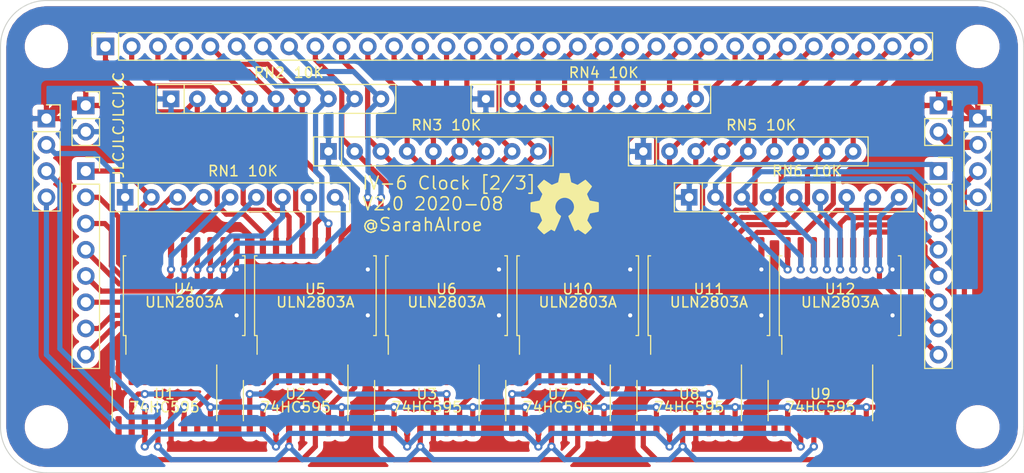
<source format=kicad_pcb>
(kicad_pcb (version 20171130) (host pcbnew 5.1.6)
  (layers (0 F.Cu signal) (31 B.Cu signal) (36 B.SilkS user) (37 F.SilkS user) (38 B.Mask user) (39 F.Mask user) (44 Edge.Cuts user))
  (net 0 "")
  (net 1 "Net-(J1-Pad8)")
  (net 2 "Net-(J1-Pad7)")
  (net 3 "Net-(J1-Pad6)")
  (net 4 "Net-(J1-Pad5)")
  (net 5 "Net-(J1-Pad4)")
  (net 6 "Net-(J1-Pad3)")
  (net 7 "Net-(J1-Pad2)")
  (net 8 "Net-(J1-Pad1)")
  (net 9 "Net-(J6-Pad1)")
  (net 10 "Net-(J6-Pad2)")
  (net 11 "Net-(J6-Pad3)")
  (net 12 "Net-(J6-Pad4)")
  (net 13 "Net-(J6-Pad5)")
  (net 14 "Net-(J6-Pad6)")
  (net 15 "Net-(J6-Pad7)")
  (net 16 "Net-(J6-Pad8)")
  (net 17 GND)
  (net 18 SRCLK)
  (net 19 RCLK)
  (net 20 DATA)
  (net 21 +12V)
  (net 22 +5V)
  (net 23 +1V0)
  (net 24 "Net-(U1-Pad15)")
  (net 25 "Net-(U1-Pad9)")
  (net 26 "Net-(U1-Pad7)")
  (net 27 "Net-(U1-Pad6)")
  (net 28 "Net-(U1-Pad5)")
  (net 29 "Net-(U1-Pad4)")
  (net 30 "Net-(U1-Pad3)")
  (net 31 "Net-(U1-Pad2)")
  (net 32 "Net-(U1-Pad1)")
  (net 33 "Net-(U2-Pad1)")
  (net 34 "Net-(U2-Pad2)")
  (net 35 "Net-(U2-Pad3)")
  (net 36 "Net-(U2-Pad4)")
  (net 37 "Net-(U2-Pad5)")
  (net 38 "Net-(U2-Pad6)")
  (net 39 "Net-(U2-Pad7)")
  (net 40 "Net-(U2-Pad9)")
  (net 41 "Net-(U2-Pad15)")
  (net 42 "Net-(U3-Pad15)")
  (net 43 "Net-(U3-Pad9)")
  (net 44 "Net-(U3-Pad7)")
  (net 45 "Net-(U3-Pad6)")
  (net 46 "Net-(U3-Pad5)")
  (net 47 "Net-(U3-Pad4)")
  (net 48 "Net-(U3-Pad3)")
  (net 49 "Net-(U3-Pad2)")
  (net 50 "Net-(U3-Pad1)")
  (net 51 "Net-(U10-Pad2)")
  (net 52 "Net-(U10-Pad3)")
  (net 53 "Net-(U10-Pad4)")
  (net 54 "Net-(U10-Pad5)")
  (net 55 "Net-(U10-Pad6)")
  (net 56 "Net-(U10-Pad7)")
  (net 57 "Net-(U10-Pad8)")
  (net 58 "Net-(U7-Pad9)")
  (net 59 "Net-(U10-Pad1)")
  (net 60 "Net-(U11-Pad1)")
  (net 61 "Net-(U8-Pad9)")
  (net 62 "Net-(U11-Pad8)")
  (net 63 "Net-(U11-Pad7)")
  (net 64 "Net-(U11-Pad6)")
  (net 65 "Net-(U11-Pad5)")
  (net 66 "Net-(U11-Pad4)")
  (net 67 "Net-(U11-Pad3)")
  (net 68 "Net-(U11-Pad2)")
  (net 69 "Net-(U12-Pad2)")
  (net 70 "Net-(U12-Pad3)")
  (net 71 "Net-(U12-Pad4)")
  (net 72 "Net-(U12-Pad5)")
  (net 73 "Net-(U12-Pad6)")
  (net 74 "Net-(U12-Pad7)")
  (net 75 "Net-(U12-Pad8)")
  (net 76 "Net-(U9-Pad9)")
  (net 77 "Net-(U12-Pad1)")
  (net 78 SEG21)
  (net 79 SEG22)
  (net 80 SEG23)
  (net 81 SEG24)
  (net 82 SEG25)
  (net 83 SEG26)
  (net 84 SEG27)
  (net 85 SEG28)
  (net 86 SEG31)
  (net 87 SEG32)
  (net 88 SEG33)
  (net 89 SEG34)
  (net 90 SEG35)
  (net 91 SEG36)
  (net 92 SEG37)
  (net 93 SEG38)
  (net 94 SEG41)
  (net 95 SEG42)
  (net 96 SEG43)
  (net 97 SEG44)
  (net 98 SEG45)
  (net 99 SEG46)
  (net 100 SEG47)
  (net 101 SEG48)
  (net 102 SEG51)
  (net 103 SEG52)
  (net 104 SEG53)
  (net 105 SEG54)
  (net 106 SEG55)
  (net 107 SEG56)
  (net 108 SEG57)
  (net 109 SEG58)
  (module Symbol:OSHW-Symbol_6.7x6mm_SilkScreen (layer F.Cu) (at 54.61 19.685)
    (fp_text reference REF** hide)
    (fp_text value OSHW-Symbol_6.7x6mm_SilkScreen hide)
  )
  (module Package_SO:SOIC-16_3.9x9.9mm_P1.27mm (layer F.Cu) (at 53.975 38.735 270)
    (fp_text reference U7 (at -0.635 0 180) (layer F.SilkS))
    (fp_text value 74HC595 (at 0.635 0 180) (layer F.SilkS))
    (pad 1 smd roundrect (at -2.475 -4.445 270) (size 1.95 0.6) (layers F.Cu F.Paste F.Mask) (net 56 "Net-(U10-Pad7)"))
    (pad 2 smd roundrect (at -2.475 -3.175 270) (size 1.95 0.6) (layers F.Cu F.Paste F.Mask) (net 55 "Net-(U10-Pad6)"))
    (pad 3 smd roundrect (at -2.475 -1.905 270) (size 1.95 0.6) (layers F.Cu F.Paste F.Mask) (net 54 "Net-(U10-Pad5)"))
    (pad 4 smd roundrect (at -2.475 -0.635 270) (size 1.95 0.6) (layers F.Cu F.Paste F.Mask) (net 53 "Net-(U10-Pad4)"))
    (pad 5 smd roundrect (at -2.475 0.635 270) (size 1.95 0.6) (layers F.Cu F.Paste F.Mask) (net 52 "Net-(U10-Pad3)"))
    (pad 6 smd roundrect (at -2.475 1.905 270) (size 1.95 0.6) (layers F.Cu F.Paste F.Mask) (net 51 "Net-(U10-Pad2)"))
    (pad 7 smd roundrect (at -2.475 3.175 270) (size 1.95 0.6) (layers F.Cu F.Paste F.Mask) (net 59 "Net-(U10-Pad1)"))
    (pad 8 smd roundrect (at -2.475 4.445 270) (size 1.95 0.6) (layers F.Cu F.Paste F.Mask) (net 17 GND))
    (pad 9 smd roundrect (at 2.475 4.445 270) (size 1.95 0.6) (layers F.Cu F.Paste F.Mask) (net 58 "Net-(U7-Pad9)"))
    (pad 10 smd roundrect (at 2.475 3.175 270) (size 1.95 0.6) (layers F.Cu F.Paste F.Mask) (net 22 +5V))
    (pad 11 smd roundrect (at 2.475 1.905 270) (size 1.95 0.6) (layers F.Cu F.Paste F.Mask) (net 18 SRCLK))
    (pad 12 smd roundrect (at 2.475 0.635 270) (size 1.95 0.6) (layers F.Cu F.Paste F.Mask) (net 19 RCLK))
    (pad 13 smd roundrect (at 2.475 -0.635 270) (size 1.95 0.6) (layers F.Cu F.Paste F.Mask) (net 17 GND))
    (pad 14 smd roundrect (at 2.475 -1.905 270) (size 1.95 0.6) (layers F.Cu F.Paste F.Mask) (net 43 "Net-(U3-Pad9)"))
    (pad 15 smd roundrect (at 2.475 -3.175 270) (size 1.95 0.6) (layers F.Cu F.Paste F.Mask) (net 57 "Net-(U10-Pad8)"))
    (pad 16 smd roundrect (at 2.475 -4.445 270) (size 1.95 0.6) (layers F.Cu F.Paste F.Mask) (net 22 +5V))
  )
  (module Package_SO:SOIC-16_3.9x9.9mm_P1.27mm (layer F.Cu) (at 15.875 38.735 270)
    (fp_text reference U1 (at -0.635 0 180) (layer F.SilkS))
    (fp_text value 74HC595 (at 0.635 0 180) (layer F.SilkS))
    (pad 16 smd roundrect (at 2.475 -4.445 270) (size 1.95 0.6) (layers F.Cu F.Paste F.Mask) (net 22 +5V))
    (pad 15 smd roundrect (at 2.475 -3.175 270) (size 1.95 0.6) (layers F.Cu F.Paste F.Mask) (net 24 "Net-(U1-Pad15)"))
    (pad 14 smd roundrect (at 2.475 -1.905 270) (size 1.95 0.6) (layers F.Cu F.Paste F.Mask) (net 20 DATA))
    (pad 13 smd roundrect (at 2.475 -0.635 270) (size 1.95 0.6) (layers F.Cu F.Paste F.Mask) (net 17 GND))
    (pad 12 smd roundrect (at 2.475 0.635 270) (size 1.95 0.6) (layers F.Cu F.Paste F.Mask) (net 19 RCLK))
    (pad 11 smd roundrect (at 2.475 1.905 270) (size 1.95 0.6) (layers F.Cu F.Paste F.Mask) (net 18 SRCLK))
    (pad 10 smd roundrect (at 2.475 3.175 270) (size 1.95 0.6) (layers F.Cu F.Paste F.Mask) (net 22 +5V))
    (pad 9 smd roundrect (at 2.475 4.445 270) (size 1.95 0.6) (layers F.Cu F.Paste F.Mask) (net 25 "Net-(U1-Pad9)"))
    (pad 8 smd roundrect (at -2.475 4.445 270) (size 1.95 0.6) (layers F.Cu F.Paste F.Mask) (net 17 GND))
    (pad 7 smd roundrect (at -2.475 3.175 270) (size 1.95 0.6) (layers F.Cu F.Paste F.Mask) (net 26 "Net-(U1-Pad7)"))
    (pad 6 smd roundrect (at -2.475 1.905 270) (size 1.95 0.6) (layers F.Cu F.Paste F.Mask) (net 27 "Net-(U1-Pad6)"))
    (pad 5 smd roundrect (at -2.475 0.635 270) (size 1.95 0.6) (layers F.Cu F.Paste F.Mask) (net 28 "Net-(U1-Pad5)"))
    (pad 4 smd roundrect (at -2.475 -0.635 270) (size 1.95 0.6) (layers F.Cu F.Paste F.Mask) (net 29 "Net-(U1-Pad4)"))
    (pad 3 smd roundrect (at -2.475 -1.905 270) (size 1.95 0.6) (layers F.Cu F.Paste F.Mask) (net 30 "Net-(U1-Pad3)"))
    (pad 2 smd roundrect (at -2.475 -3.175 270) (size 1.95 0.6) (layers F.Cu F.Paste F.Mask) (net 31 "Net-(U1-Pad2)"))
    (pad 1 smd roundrect (at -2.475 -4.445 270) (size 1.95 0.6) (layers F.Cu F.Paste F.Mask) (net 32 "Net-(U1-Pad1)"))
  )
  (module MountingHole:MountingHole_3.2mm_M3 (layer F.Cu) (at 4.445 4.445)
    (fp_text reference H1 hide)
    (fp_text value MountingHole)
    (pad 1 np_thru_hole circle (at 0 0) (size 3.2 3.2) (drill 3.2) (layers *.Cu *.Mask))
  )
  (module MountingHole:MountingHole_3.2mm_M3 (layer F.Cu) (at 4.445 41.275)
    (fp_text reference H2 hide)
    (fp_text value MountingHole)
    (pad 1 np_thru_hole circle (at 0 0) (size 3.2 3.2) (drill 3.2) (layers *.Cu *.Mask))
  )
  (module MountingHole:MountingHole_3.2mm_M3 (layer F.Cu) (at 94.615 4.445)
    (fp_text reference H3 hide)
    (fp_text value MountingHole)
    (pad 1 np_thru_hole circle (at 0 0) (size 3.2 3.2) (drill 3.2) (layers *.Cu *.Mask))
  )
  (module MountingHole:MountingHole_3.2mm_M3 (layer F.Cu) (at 94.615 41.275)
    (fp_text reference H4 hide)
    (fp_text value MountingHole)
    (pad 1 np_thru_hole circle (at 0 0) (size 3.2 3.2) (drill 3.2) (layers *.Cu *.Mask))
  )
  (module Connector_PinSocket_2.54mm:PinSocket_1x08_P2.54mm_Vertical (layer F.Cu) (at 8.255 16.51)
    (fp_text reference J1 hide)
    (fp_text value Conn_01x08)
    (pad 8 thru_hole oval (at 0 17.78) (size 1.7 1.7) (drill 1) (layers *.Cu *.Mask) (net 1 "Net-(J1-Pad8)"))
    (pad 7 thru_hole oval (at 0 15.24) (size 1.7 1.7) (drill 1) (layers *.Cu *.Mask) (net 2 "Net-(J1-Pad7)"))
    (pad 6 thru_hole oval (at 0 12.7) (size 1.7 1.7) (drill 1) (layers *.Cu *.Mask) (net 3 "Net-(J1-Pad6)"))
    (pad 5 thru_hole oval (at 0 10.16) (size 1.7 1.7) (drill 1) (layers *.Cu *.Mask) (net 4 "Net-(J1-Pad5)"))
    (pad 4 thru_hole oval (at 0 7.62) (size 1.7 1.7) (drill 1) (layers *.Cu *.Mask) (net 5 "Net-(J1-Pad4)"))
    (pad 3 thru_hole oval (at 0 5.08) (size 1.7 1.7) (drill 1) (layers *.Cu *.Mask) (net 6 "Net-(J1-Pad3)"))
    (pad 2 thru_hole oval (at 0 2.54) (size 1.7 1.7) (drill 1) (layers *.Cu *.Mask) (net 7 "Net-(J1-Pad2)"))
    (pad 1 thru_hole rect (at 0 0) (size 1.7 1.7) (drill 1) (layers *.Cu *.Mask) (net 8 "Net-(J1-Pad1)"))
  )
  (module Connector_PinSocket_2.54mm:PinSocket_1x08_P2.54mm_Vertical (layer F.Cu) (at 90.805 16.51)
    (fp_text reference J6 hide)
    (fp_text value Conn_01x08)
    (pad 1 thru_hole rect (at 0 0) (size 1.7 1.7) (drill 1) (layers *.Cu *.Mask) (net 9 "Net-(J6-Pad1)"))
    (pad 2 thru_hole oval (at 0 2.54) (size 1.7 1.7) (drill 1) (layers *.Cu *.Mask) (net 10 "Net-(J6-Pad2)"))
    (pad 3 thru_hole oval (at 0 5.08) (size 1.7 1.7) (drill 1) (layers *.Cu *.Mask) (net 11 "Net-(J6-Pad3)"))
    (pad 4 thru_hole oval (at 0 7.62) (size 1.7 1.7) (drill 1) (layers *.Cu *.Mask) (net 12 "Net-(J6-Pad4)"))
    (pad 5 thru_hole oval (at 0 10.16) (size 1.7 1.7) (drill 1) (layers *.Cu *.Mask) (net 13 "Net-(J6-Pad5)"))
    (pad 6 thru_hole oval (at 0 12.7) (size 1.7 1.7) (drill 1) (layers *.Cu *.Mask) (net 14 "Net-(J6-Pad6)"))
    (pad 7 thru_hole oval (at 0 15.24) (size 1.7 1.7) (drill 1) (layers *.Cu *.Mask) (net 15 "Net-(J6-Pad7)"))
    (pad 8 thru_hole oval (at 0 17.78) (size 1.7 1.7) (drill 1) (layers *.Cu *.Mask) (net 16 "Net-(J6-Pad8)"))
  )
  (module Connector_PinSocket_2.54mm:PinSocket_1x04_P2.54mm_Vertical (layer F.Cu) (at 4.445 11.43)
    (fp_text reference J7 hide)
    (fp_text value Conn_01x04)
    (pad 1 thru_hole rect (at 0 0) (size 1.7 1.7) (drill 1) (layers *.Cu *.Mask) (net 17 GND))
    (pad 2 thru_hole oval (at 0 2.54) (size 1.7 1.7) (drill 1) (layers *.Cu *.Mask) (net 18 SRCLK))
    (pad 3 thru_hole oval (at 0 5.08) (size 1.7 1.7) (drill 1) (layers *.Cu *.Mask) (net 19 RCLK))
    (pad 4 thru_hole oval (at 0 7.62) (size 1.7 1.7) (drill 1) (layers *.Cu *.Mask) (net 20 DATA))
  )
  (module Connector_PinSocket_2.54mm:PinSocket_1x04_P2.54mm_Vertical (layer F.Cu) (at 94.615 11.43)
    (fp_text reference J8 hide)
    (fp_text value Conn_01x04)
    (pad 4 thru_hole oval (at 0 7.62) (size 1.7 1.7) (drill 1) (layers *.Cu *.Mask) (net 21 +12V))
    (pad 3 thru_hole oval (at 0 5.08) (size 1.7 1.7) (drill 1) (layers *.Cu *.Mask) (net 22 +5V))
    (pad 2 thru_hole oval (at 0 2.54) (size 1.7 1.7) (drill 1) (layers *.Cu *.Mask) (net 23 +1V0))
    (pad 1 thru_hole rect (at 0 0) (size 1.7 1.7) (drill 1) (layers *.Cu *.Mask) (net 17 GND))
  )
  (module Connector_PinSocket_2.54mm:PinSocket_1x02_P2.54mm_Vertical (layer F.Cu) (at 90.805 10.16)
    (fp_text reference J9 hide)
    (fp_text value Conn_01x02)
    (pad 1 thru_hole rect (at 0 0) (size 1.7 1.7) (drill 1) (layers *.Cu *.Mask) (net 17 GND))
    (pad 2 thru_hole oval (at 0 2.54) (size 1.7 1.7) (drill 1) (layers *.Cu *.Mask) (net 23 +1V0))
  )
  (module Connector_PinSocket_2.54mm:PinSocket_1x02_P2.54mm_Vertical (layer F.Cu) (at 8.255 10.16)
    (fp_text reference J10 hide)
    (fp_text value Conn_01x02)
    (pad 2 thru_hole oval (at 0 2.54) (size 1.7 1.7) (drill 1) (layers *.Cu *.Mask) (net 21 +12V))
    (pad 1 thru_hole rect (at 0 0) (size 1.7 1.7) (drill 1) (layers *.Cu *.Mask) (net 17 GND))
  )
  (module Package_SO:SOIC-16_3.9x9.9mm_P1.27mm (layer F.Cu) (at 28.575 38.735 270)
    (fp_text reference U2 (at -0.635 0 180) (layer F.SilkS))
    (fp_text value 74HC595 (at 0.635 0 180) (layer F.SilkS))
    (pad 1 smd roundrect (at -2.475 -4.445 270) (size 1.95 0.6) (layers F.Cu F.Paste F.Mask) (net 33 "Net-(U2-Pad1)"))
    (pad 2 smd roundrect (at -2.475 -3.175 270) (size 1.95 0.6) (layers F.Cu F.Paste F.Mask) (net 34 "Net-(U2-Pad2)"))
    (pad 3 smd roundrect (at -2.475 -1.905 270) (size 1.95 0.6) (layers F.Cu F.Paste F.Mask) (net 35 "Net-(U2-Pad3)"))
    (pad 4 smd roundrect (at -2.475 -0.635 270) (size 1.95 0.6) (layers F.Cu F.Paste F.Mask) (net 36 "Net-(U2-Pad4)"))
    (pad 5 smd roundrect (at -2.475 0.635 270) (size 1.95 0.6) (layers F.Cu F.Paste F.Mask) (net 37 "Net-(U2-Pad5)"))
    (pad 6 smd roundrect (at -2.475 1.905 270) (size 1.95 0.6) (layers F.Cu F.Paste F.Mask) (net 38 "Net-(U2-Pad6)"))
    (pad 7 smd roundrect (at -2.475 3.175 270) (size 1.95 0.6) (layers F.Cu F.Paste F.Mask) (net 39 "Net-(U2-Pad7)"))
    (pad 8 smd roundrect (at -2.475 4.445 270) (size 1.95 0.6) (layers F.Cu F.Paste F.Mask) (net 17 GND))
    (pad 9 smd roundrect (at 2.475 4.445 270) (size 1.95 0.6) (layers F.Cu F.Paste F.Mask) (net 40 "Net-(U2-Pad9)"))
    (pad 10 smd roundrect (at 2.475 3.175 270) (size 1.95 0.6) (layers F.Cu F.Paste F.Mask) (net 22 +5V))
    (pad 11 smd roundrect (at 2.475 1.905 270) (size 1.95 0.6) (layers F.Cu F.Paste F.Mask) (net 18 SRCLK))
    (pad 12 smd roundrect (at 2.475 0.635 270) (size 1.95 0.6) (layers F.Cu F.Paste F.Mask) (net 19 RCLK))
    (pad 13 smd roundrect (at 2.475 -0.635 270) (size 1.95 0.6) (layers F.Cu F.Paste F.Mask) (net 17 GND))
    (pad 14 smd roundrect (at 2.475 -1.905 270) (size 1.95 0.6) (layers F.Cu F.Paste F.Mask) (net 25 "Net-(U1-Pad9)"))
    (pad 15 smd roundrect (at 2.475 -3.175 270) (size 1.95 0.6) (layers F.Cu F.Paste F.Mask) (net 41 "Net-(U2-Pad15)"))
    (pad 16 smd roundrect (at 2.475 -4.445 270) (size 1.95 0.6) (layers F.Cu F.Paste F.Mask) (net 22 +5V))
  )
  (module Package_SO:SOIC-16_3.9x9.9mm_P1.27mm (layer F.Cu) (at 41.275 38.735 270)
    (fp_text reference U3 (at -0.635 0 180) (layer F.SilkS))
    (fp_text value 74HC595 (at 0.635 0 180) (layer F.SilkS))
    (pad 16 smd roundrect (at 2.475 -4.445 270) (size 1.95 0.6) (layers F.Cu F.Paste F.Mask) (net 22 +5V))
    (pad 15 smd roundrect (at 2.475 -3.175 270) (size 1.95 0.6) (layers F.Cu F.Paste F.Mask) (net 42 "Net-(U3-Pad15)"))
    (pad 14 smd roundrect (at 2.475 -1.905 270) (size 1.95 0.6) (layers F.Cu F.Paste F.Mask) (net 40 "Net-(U2-Pad9)"))
    (pad 13 smd roundrect (at 2.475 -0.635 270) (size 1.95 0.6) (layers F.Cu F.Paste F.Mask) (net 17 GND))
    (pad 12 smd roundrect (at 2.475 0.635 270) (size 1.95 0.6) (layers F.Cu F.Paste F.Mask) (net 19 RCLK))
    (pad 11 smd roundrect (at 2.475 1.905 270) (size 1.95 0.6) (layers F.Cu F.Paste F.Mask) (net 18 SRCLK))
    (pad 10 smd roundrect (at 2.475 3.175 270) (size 1.95 0.6) (layers F.Cu F.Paste F.Mask) (net 22 +5V))
    (pad 9 smd roundrect (at 2.475 4.445 270) (size 1.95 0.6) (layers F.Cu F.Paste F.Mask) (net 43 "Net-(U3-Pad9)"))
    (pad 8 smd roundrect (at -2.475 4.445 270) (size 1.95 0.6) (layers F.Cu F.Paste F.Mask) (net 17 GND))
    (pad 7 smd roundrect (at -2.475 3.175 270) (size 1.95 0.6) (layers F.Cu F.Paste F.Mask) (net 44 "Net-(U3-Pad7)"))
    (pad 6 smd roundrect (at -2.475 1.905 270) (size 1.95 0.6) (layers F.Cu F.Paste F.Mask) (net 45 "Net-(U3-Pad6)"))
    (pad 5 smd roundrect (at -2.475 0.635 270) (size 1.95 0.6) (layers F.Cu F.Paste F.Mask) (net 46 "Net-(U3-Pad5)"))
    (pad 4 smd roundrect (at -2.475 -0.635 270) (size 1.95 0.6) (layers F.Cu F.Paste F.Mask) (net 47 "Net-(U3-Pad4)"))
    (pad 3 smd roundrect (at -2.475 -1.905 270) (size 1.95 0.6) (layers F.Cu F.Paste F.Mask) (net 48 "Net-(U3-Pad3)"))
    (pad 2 smd roundrect (at -2.475 -3.175 270) (size 1.95 0.6) (layers F.Cu F.Paste F.Mask) (net 49 "Net-(U3-Pad2)"))
    (pad 1 smd roundrect (at -2.475 -4.445 270) (size 1.95 0.6) (layers F.Cu F.Paste F.Mask) (net 50 "Net-(U3-Pad1)"))
  )
  (module Package_SO:SOIC-18W_7.5x11.6mm_P1.27mm (layer F.Cu) (at 17.78 28.575 90)
    (fp_text reference U4 (at 0.635 0 180) (layer F.SilkS))
    (fp_text value ULN2803A (at -0.635 0 180) (layer F.SilkS))
    (pad 1 smd roundrect (at -4.65 -5.08 90) (size 2.05 0.6) (layers F.Cu F.Paste F.Mask) (net 26 "Net-(U1-Pad7)"))
    (pad 2 smd roundrect (at -4.65 -3.81 90) (size 2.05 0.6) (layers F.Cu F.Paste F.Mask) (net 27 "Net-(U1-Pad6)"))
    (pad 3 smd roundrect (at -4.65 -2.54 90) (size 2.05 0.6) (layers F.Cu F.Paste F.Mask) (net 28 "Net-(U1-Pad5)"))
    (pad 4 smd roundrect (at -4.65 -1.27 90) (size 2.05 0.6) (layers F.Cu F.Paste F.Mask) (net 29 "Net-(U1-Pad4)"))
    (pad 5 smd roundrect (at -4.65 0 90) (size 2.05 0.6) (layers F.Cu F.Paste F.Mask) (net 30 "Net-(U1-Pad3)"))
    (pad 6 smd roundrect (at -4.65 1.27 90) (size 2.05 0.6) (layers F.Cu F.Paste F.Mask) (net 31 "Net-(U1-Pad2)"))
    (pad 7 smd roundrect (at -4.65 2.54 90) (size 2.05 0.6) (layers F.Cu F.Paste F.Mask) (net 32 "Net-(U1-Pad1)"))
    (pad 8 smd roundrect (at -4.65 3.81 90) (size 2.05 0.6) (layers F.Cu F.Paste F.Mask) (net 24 "Net-(U1-Pad15)"))
    (pad 9 smd roundrect (at -4.65 5.08 90) (size 2.05 0.6) (layers F.Cu F.Paste F.Mask) (net 17 GND))
    (pad 10 smd roundrect (at 4.65 5.08 90) (size 2.05 0.6) (layers F.Cu F.Paste F.Mask) (net 21 +12V))
    (pad 11 smd roundrect (at 4.65 3.81 90) (size 2.05 0.6) (layers F.Cu F.Paste F.Mask) (net 1 "Net-(J1-Pad8)"))
    (pad 12 smd roundrect (at 4.65 2.54 90) (size 2.05 0.6) (layers F.Cu F.Paste F.Mask) (net 2 "Net-(J1-Pad7)"))
    (pad 13 smd roundrect (at 4.65 1.27 90) (size 2.05 0.6) (layers F.Cu F.Paste F.Mask) (net 3 "Net-(J1-Pad6)"))
    (pad 14 smd roundrect (at 4.65 0 90) (size 2.05 0.6) (layers F.Cu F.Paste F.Mask) (net 4 "Net-(J1-Pad5)"))
    (pad 15 smd roundrect (at 4.65 -1.27 90) (size 2.05 0.6) (layers F.Cu F.Paste F.Mask) (net 5 "Net-(J1-Pad4)"))
    (pad 16 smd roundrect (at 4.65 -2.54 90) (size 2.05 0.6) (layers F.Cu F.Paste F.Mask) (net 6 "Net-(J1-Pad3)"))
    (pad 17 smd roundrect (at 4.65 -3.81 90) (size 2.05 0.6) (layers F.Cu F.Paste F.Mask) (net 7 "Net-(J1-Pad2)"))
    (pad 18 smd roundrect (at 4.65 -5.08 90) (size 2.05 0.6) (layers F.Cu F.Paste F.Mask) (net 8 "Net-(J1-Pad1)"))
  )
  (module Package_SO:SOIC-18W_7.5x11.6mm_P1.27mm (layer F.Cu) (at 30.48 28.575 90)
    (fp_text reference U5 (at 0.635 0 180) (layer F.SilkS))
    (fp_text value ULN2803A (at -0.635 0 180) (layer F.SilkS))
    (pad 1 smd roundrect (at -4.65 -5.08 90) (size 2.05 0.6) (layers F.Cu F.Paste F.Mask) (net 39 "Net-(U2-Pad7)"))
    (pad 2 smd roundrect (at -4.65 -3.81 90) (size 2.05 0.6) (layers F.Cu F.Paste F.Mask) (net 38 "Net-(U2-Pad6)"))
    (pad 3 smd roundrect (at -4.65 -2.54 90) (size 2.05 0.6) (layers F.Cu F.Paste F.Mask) (net 37 "Net-(U2-Pad5)"))
    (pad 4 smd roundrect (at -4.65 -1.27 90) (size 2.05 0.6) (layers F.Cu F.Paste F.Mask) (net 36 "Net-(U2-Pad4)"))
    (pad 5 smd roundrect (at -4.65 0 90) (size 2.05 0.6) (layers F.Cu F.Paste F.Mask) (net 35 "Net-(U2-Pad3)"))
    (pad 6 smd roundrect (at -4.65 1.27 90) (size 2.05 0.6) (layers F.Cu F.Paste F.Mask) (net 34 "Net-(U2-Pad2)"))
    (pad 7 smd roundrect (at -4.65 2.54 90) (size 2.05 0.6) (layers F.Cu F.Paste F.Mask) (net 33 "Net-(U2-Pad1)"))
    (pad 8 smd roundrect (at -4.65 3.81 90) (size 2.05 0.6) (layers F.Cu F.Paste F.Mask) (net 41 "Net-(U2-Pad15)"))
    (pad 9 smd roundrect (at -4.65 5.08 90) (size 2.05 0.6) (layers F.Cu F.Paste F.Mask) (net 17 GND))
    (pad 10 smd roundrect (at 4.65 5.08 90) (size 2.05 0.6) (layers F.Cu F.Paste F.Mask) (net 21 +12V))
    (pad 11 smd roundrect (at 4.65 3.81 90) (size 2.05 0.6) (layers F.Cu F.Paste F.Mask) (net 85 SEG28))
    (pad 12 smd roundrect (at 4.65 2.54 90) (size 2.05 0.6) (layers F.Cu F.Paste F.Mask) (net 84 SEG27))
    (pad 13 smd roundrect (at 4.65 1.27 90) (size 2.05 0.6) (layers F.Cu F.Paste F.Mask) (net 83 SEG26))
    (pad 14 smd roundrect (at 4.65 0 90) (size 2.05 0.6) (layers F.Cu F.Paste F.Mask) (net 82 SEG25))
    (pad 15 smd roundrect (at 4.65 -1.27 90) (size 2.05 0.6) (layers F.Cu F.Paste F.Mask) (net 81 SEG24))
    (pad 16 smd roundrect (at 4.65 -2.54 90) (size 2.05 0.6) (layers F.Cu F.Paste F.Mask) (net 80 SEG23))
    (pad 17 smd roundrect (at 4.65 -3.81 90) (size 2.05 0.6) (layers F.Cu F.Paste F.Mask) (net 79 SEG22))
    (pad 18 smd roundrect (at 4.65 -5.08 90) (size 2.05 0.6) (layers F.Cu F.Paste F.Mask) (net 78 SEG21))
  )
  (module Package_SO:SOIC-18W_7.5x11.6mm_P1.27mm (layer F.Cu) (at 43.18 28.575 90)
    (fp_text reference U6 (at 0.635 0 180) (layer F.SilkS))
    (fp_text value ULN2803A (at -0.635 0 180) (layer F.SilkS))
    (pad 18 smd roundrect (at 4.65 -5.08 90) (size 2.05 0.6) (layers F.Cu F.Paste F.Mask) (net 86 SEG31))
    (pad 17 smd roundrect (at 4.65 -3.81 90) (size 2.05 0.6) (layers F.Cu F.Paste F.Mask) (net 87 SEG32))
    (pad 16 smd roundrect (at 4.65 -2.54 90) (size 2.05 0.6) (layers F.Cu F.Paste F.Mask) (net 88 SEG33))
    (pad 15 smd roundrect (at 4.65 -1.27 90) (size 2.05 0.6) (layers F.Cu F.Paste F.Mask) (net 89 SEG34))
    (pad 14 smd roundrect (at 4.65 0 90) (size 2.05 0.6) (layers F.Cu F.Paste F.Mask) (net 90 SEG35))
    (pad 13 smd roundrect (at 4.65 1.27 90) (size 2.05 0.6) (layers F.Cu F.Paste F.Mask) (net 91 SEG36))
    (pad 12 smd roundrect (at 4.65 2.54 90) (size 2.05 0.6) (layers F.Cu F.Paste F.Mask) (net 92 SEG37))
    (pad 11 smd roundrect (at 4.65 3.81 90) (size 2.05 0.6) (layers F.Cu F.Paste F.Mask) (net 93 SEG38))
    (pad 10 smd roundrect (at 4.65 5.08 90) (size 2.05 0.6) (layers F.Cu F.Paste F.Mask) (net 21 +12V))
    (pad 9 smd roundrect (at -4.65 5.08 90) (size 2.05 0.6) (layers F.Cu F.Paste F.Mask) (net 17 GND))
    (pad 8 smd roundrect (at -4.65 3.81 90) (size 2.05 0.6) (layers F.Cu F.Paste F.Mask) (net 42 "Net-(U3-Pad15)"))
    (pad 7 smd roundrect (at -4.65 2.54 90) (size 2.05 0.6) (layers F.Cu F.Paste F.Mask) (net 50 "Net-(U3-Pad1)"))
    (pad 6 smd roundrect (at -4.65 1.27 90) (size 2.05 0.6) (layers F.Cu F.Paste F.Mask) (net 49 "Net-(U3-Pad2)"))
    (pad 5 smd roundrect (at -4.65 0 90) (size 2.05 0.6) (layers F.Cu F.Paste F.Mask) (net 48 "Net-(U3-Pad3)"))
    (pad 4 smd roundrect (at -4.65 -1.27 90) (size 2.05 0.6) (layers F.Cu F.Paste F.Mask) (net 47 "Net-(U3-Pad4)"))
    (pad 3 smd roundrect (at -4.65 -2.54 90) (size 2.05 0.6) (layers F.Cu F.Paste F.Mask) (net 46 "Net-(U3-Pad5)"))
    (pad 2 smd roundrect (at -4.65 -3.81 90) (size 2.05 0.6) (layers F.Cu F.Paste F.Mask) (net 45 "Net-(U3-Pad6)"))
    (pad 1 smd roundrect (at -4.65 -5.08 90) (size 2.05 0.6) (layers F.Cu F.Paste F.Mask) (net 44 "Net-(U3-Pad7)"))
  )
  (module Package_SO:SOIC-16_3.9x9.9mm_P1.27mm (layer F.Cu) (at 66.675 38.735 270)
    (fp_text reference U8 (at -0.635 0 180) (layer F.SilkS))
    (fp_text value 74HC595 (at 0.635 0 180) (layer F.SilkS))
    (pad 16 smd roundrect (at 2.475 -4.445 270) (size 1.95 0.6) (layers F.Cu F.Paste F.Mask) (net 22 +5V))
    (pad 15 smd roundrect (at 2.475 -3.175 270) (size 1.95 0.6) (layers F.Cu F.Paste F.Mask) (net 62 "Net-(U11-Pad8)"))
    (pad 14 smd roundrect (at 2.475 -1.905 270) (size 1.95 0.6) (layers F.Cu F.Paste F.Mask) (net 58 "Net-(U7-Pad9)"))
    (pad 13 smd roundrect (at 2.475 -0.635 270) (size 1.95 0.6) (layers F.Cu F.Paste F.Mask) (net 17 GND))
    (pad 12 smd roundrect (at 2.475 0.635 270) (size 1.95 0.6) (layers F.Cu F.Paste F.Mask) (net 19 RCLK))
    (pad 11 smd roundrect (at 2.475 1.905 270) (size 1.95 0.6) (layers F.Cu F.Paste F.Mask) (net 18 SRCLK))
    (pad 10 smd roundrect (at 2.475 3.175 270) (size 1.95 0.6) (layers F.Cu F.Paste F.Mask) (net 22 +5V))
    (pad 9 smd roundrect (at 2.475 4.445 270) (size 1.95 0.6) (layers F.Cu F.Paste F.Mask) (net 61 "Net-(U8-Pad9)"))
    (pad 8 smd roundrect (at -2.475 4.445 270) (size 1.95 0.6) (layers F.Cu F.Paste F.Mask) (net 17 GND))
    (pad 7 smd roundrect (at -2.475 3.175 270) (size 1.95 0.6) (layers F.Cu F.Paste F.Mask) (net 60 "Net-(U11-Pad1)"))
    (pad 6 smd roundrect (at -2.475 1.905 270) (size 1.95 0.6) (layers F.Cu F.Paste F.Mask) (net 68 "Net-(U11-Pad2)"))
    (pad 5 smd roundrect (at -2.475 0.635 270) (size 1.95 0.6) (layers F.Cu F.Paste F.Mask) (net 67 "Net-(U11-Pad3)"))
    (pad 4 smd roundrect (at -2.475 -0.635 270) (size 1.95 0.6) (layers F.Cu F.Paste F.Mask) (net 66 "Net-(U11-Pad4)"))
    (pad 3 smd roundrect (at -2.475 -1.905 270) (size 1.95 0.6) (layers F.Cu F.Paste F.Mask) (net 65 "Net-(U11-Pad5)"))
    (pad 2 smd roundrect (at -2.475 -3.175 270) (size 1.95 0.6) (layers F.Cu F.Paste F.Mask) (net 64 "Net-(U11-Pad6)"))
    (pad 1 smd roundrect (at -2.475 -4.445 270) (size 1.95 0.6) (layers F.Cu F.Paste F.Mask) (net 63 "Net-(U11-Pad7)"))
  )
  (module Package_SO:SOIC-16_3.9x9.9mm_P1.27mm (layer F.Cu) (at 79.375 38.735 270)
    (fp_text reference U9 (at -0.635 0 180) (layer F.SilkS))
    (fp_text value 74HC595 (at 0.635 0 180) (layer F.SilkS))
    (pad 1 smd roundrect (at -2.475 -4.445 270) (size 1.95 0.6) (layers F.Cu F.Paste F.Mask) (net 74 "Net-(U12-Pad7)"))
    (pad 2 smd roundrect (at -2.475 -3.175 270) (size 1.95 0.6) (layers F.Cu F.Paste F.Mask) (net 73 "Net-(U12-Pad6)"))
    (pad 3 smd roundrect (at -2.475 -1.905 270) (size 1.95 0.6) (layers F.Cu F.Paste F.Mask) (net 72 "Net-(U12-Pad5)"))
    (pad 4 smd roundrect (at -2.475 -0.635 270) (size 1.95 0.6) (layers F.Cu F.Paste F.Mask) (net 71 "Net-(U12-Pad4)"))
    (pad 5 smd roundrect (at -2.475 0.635 270) (size 1.95 0.6) (layers F.Cu F.Paste F.Mask) (net 70 "Net-(U12-Pad3)"))
    (pad 6 smd roundrect (at -2.475 1.905 270) (size 1.95 0.6) (layers F.Cu F.Paste F.Mask) (net 69 "Net-(U12-Pad2)"))
    (pad 7 smd roundrect (at -2.475 3.175 270) (size 1.95 0.6) (layers F.Cu F.Paste F.Mask) (net 77 "Net-(U12-Pad1)"))
    (pad 8 smd roundrect (at -2.475 4.445 270) (size 1.95 0.6) (layers F.Cu F.Paste F.Mask) (net 17 GND))
    (pad 9 smd roundrect (at 2.475 4.445 270) (size 1.95 0.6) (layers F.Cu F.Paste F.Mask) (net 76 "Net-(U9-Pad9)"))
    (pad 10 smd roundrect (at 2.475 3.175 270) (size 1.95 0.6) (layers F.Cu F.Paste F.Mask) (net 22 +5V))
    (pad 11 smd roundrect (at 2.475 1.905 270) (size 1.95 0.6) (layers F.Cu F.Paste F.Mask) (net 18 SRCLK))
    (pad 12 smd roundrect (at 2.475 0.635 270) (size 1.95 0.6) (layers F.Cu F.Paste F.Mask) (net 19 RCLK))
    (pad 13 smd roundrect (at 2.475 -0.635 270) (size 1.95 0.6) (layers F.Cu F.Paste F.Mask) (net 17 GND))
    (pad 14 smd roundrect (at 2.475 -1.905 270) (size 1.95 0.6) (layers F.Cu F.Paste F.Mask) (net 61 "Net-(U8-Pad9)"))
    (pad 15 smd roundrect (at 2.475 -3.175 270) (size 1.95 0.6) (layers F.Cu F.Paste F.Mask) (net 75 "Net-(U12-Pad8)"))
    (pad 16 smd roundrect (at 2.475 -4.445 270) (size 1.95 0.6) (layers F.Cu F.Paste F.Mask) (net 22 +5V))
  )
  (module Package_SO:SOIC-18W_7.5x11.6mm_P1.27mm (layer F.Cu) (at 55.88 28.575 90)
    (fp_text reference U10 (at 0.635 0 180) (layer F.SilkS))
    (fp_text value ULN2803A (at -0.635 0 180) (layer F.SilkS))
    (pad 18 smd roundrect (at 4.65 -5.08 90) (size 2.05 0.6) (layers F.Cu F.Paste F.Mask) (net 94 SEG41))
    (pad 17 smd roundrect (at 4.65 -3.81 90) (size 2.05 0.6) (layers F.Cu F.Paste F.Mask) (net 95 SEG42))
    (pad 16 smd roundrect (at 4.65 -2.54 90) (size 2.05 0.6) (layers F.Cu F.Paste F.Mask) (net 96 SEG43))
    (pad 15 smd roundrect (at 4.65 -1.27 90) (size 2.05 0.6) (layers F.Cu F.Paste F.Mask) (net 97 SEG44))
    (pad 14 smd roundrect (at 4.65 0 90) (size 2.05 0.6) (layers F.Cu F.Paste F.Mask) (net 98 SEG45))
    (pad 13 smd roundrect (at 4.65 1.27 90) (size 2.05 0.6) (layers F.Cu F.Paste F.Mask) (net 99 SEG46))
    (pad 12 smd roundrect (at 4.65 2.54 90) (size 2.05 0.6) (layers F.Cu F.Paste F.Mask) (net 100 SEG47))
    (pad 11 smd roundrect (at 4.65 3.81 90) (size 2.05 0.6) (layers F.Cu F.Paste F.Mask) (net 101 SEG48))
    (pad 10 smd roundrect (at 4.65 5.08 90) (size 2.05 0.6) (layers F.Cu F.Paste F.Mask) (net 21 +12V))
    (pad 9 smd roundrect (at -4.65 5.08 90) (size 2.05 0.6) (layers F.Cu F.Paste F.Mask) (net 17 GND))
    (pad 8 smd roundrect (at -4.65 3.81 90) (size 2.05 0.6) (layers F.Cu F.Paste F.Mask) (net 57 "Net-(U10-Pad8)"))
    (pad 7 smd roundrect (at -4.65 2.54 90) (size 2.05 0.6) (layers F.Cu F.Paste F.Mask) (net 56 "Net-(U10-Pad7)"))
    (pad 6 smd roundrect (at -4.65 1.27 90) (size 2.05 0.6) (layers F.Cu F.Paste F.Mask) (net 55 "Net-(U10-Pad6)"))
    (pad 5 smd roundrect (at -4.65 0 90) (size 2.05 0.6) (layers F.Cu F.Paste F.Mask) (net 54 "Net-(U10-Pad5)"))
    (pad 4 smd roundrect (at -4.65 -1.27 90) (size 2.05 0.6) (layers F.Cu F.Paste F.Mask) (net 53 "Net-(U10-Pad4)"))
    (pad 3 smd roundrect (at -4.65 -2.54 90) (size 2.05 0.6) (layers F.Cu F.Paste F.Mask) (net 52 "Net-(U10-Pad3)"))
    (pad 2 smd roundrect (at -4.65 -3.81 90) (size 2.05 0.6) (layers F.Cu F.Paste F.Mask) (net 51 "Net-(U10-Pad2)"))
    (pad 1 smd roundrect (at -4.65 -5.08 90) (size 2.05 0.6) (layers F.Cu F.Paste F.Mask) (net 59 "Net-(U10-Pad1)"))
  )
  (module Package_SO:SOIC-18W_7.5x11.6mm_P1.27mm (layer F.Cu) (at 68.58 28.575 90)
    (fp_text reference U11 (at 0.635 0 180) (layer F.SilkS))
    (fp_text value ULN2803A (at -0.635 0 180) (layer F.SilkS))
    (pad 18 smd roundrect (at 4.65 -5.08 90) (size 2.05 0.6) (layers F.Cu F.Paste F.Mask) (net 102 SEG51))
    (pad 17 smd roundrect (at 4.65 -3.81 90) (size 2.05 0.6) (layers F.Cu F.Paste F.Mask) (net 103 SEG52))
    (pad 16 smd roundrect (at 4.65 -2.54 90) (size 2.05 0.6) (layers F.Cu F.Paste F.Mask) (net 104 SEG53))
    (pad 15 smd roundrect (at 4.65 -1.27 90) (size 2.05 0.6) (layers F.Cu F.Paste F.Mask) (net 105 SEG54))
    (pad 14 smd roundrect (at 4.65 0 90) (size 2.05 0.6) (layers F.Cu F.Paste F.Mask) (net 106 SEG55))
    (pad 13 smd roundrect (at 4.65 1.27 90) (size 2.05 0.6) (layers F.Cu F.Paste F.Mask) (net 107 SEG56))
    (pad 12 smd roundrect (at 4.65 2.54 90) (size 2.05 0.6) (layers F.Cu F.Paste F.Mask) (net 108 SEG57))
    (pad 11 smd roundrect (at 4.65 3.81 90) (size 2.05 0.6) (layers F.Cu F.Paste F.Mask) (net 109 SEG58))
    (pad 10 smd roundrect (at 4.65 5.08 90) (size 2.05 0.6) (layers F.Cu F.Paste F.Mask) (net 21 +12V))
    (pad 9 smd roundrect (at -4.65 5.08 90) (size 2.05 0.6) (layers F.Cu F.Paste F.Mask) (net 17 GND))
    (pad 8 smd roundrect (at -4.65 3.81 90) (size 2.05 0.6) (layers F.Cu F.Paste F.Mask) (net 62 "Net-(U11-Pad8)"))
    (pad 7 smd roundrect (at -4.65 2.54 90) (size 2.05 0.6) (layers F.Cu F.Paste F.Mask) (net 63 "Net-(U11-Pad7)"))
    (pad 6 smd roundrect (at -4.65 1.27 90) (size 2.05 0.6) (layers F.Cu F.Paste F.Mask) (net 64 "Net-(U11-Pad6)"))
    (pad 5 smd roundrect (at -4.65 0 90) (size 2.05 0.6) (layers F.Cu F.Paste F.Mask) (net 65 "Net-(U11-Pad5)"))
    (pad 4 smd roundrect (at -4.65 -1.27 90) (size 2.05 0.6) (layers F.Cu F.Paste F.Mask) (net 66 "Net-(U11-Pad4)"))
    (pad 3 smd roundrect (at -4.65 -2.54 90) (size 2.05 0.6) (layers F.Cu F.Paste F.Mask) (net 67 "Net-(U11-Pad3)"))
    (pad 2 smd roundrect (at -4.65 -3.81 90) (size 2.05 0.6) (layers F.Cu F.Paste F.Mask) (net 68 "Net-(U11-Pad2)"))
    (pad 1 smd roundrect (at -4.65 -5.08 90) (size 2.05 0.6) (layers F.Cu F.Paste F.Mask) (net 60 "Net-(U11-Pad1)"))
  )
  (module Package_SO:SOIC-18W_7.5x11.6mm_P1.27mm (layer F.Cu) (at 81.28 28.575 90)
    (fp_text reference U12 (at 0.635 0 180) (layer F.SilkS))
    (fp_text value ULN2803A (at -0.635 0 180) (layer F.SilkS))
    (pad 18 smd roundrect (at 4.65 -5.08 90) (size 2.05 0.6) (layers F.Cu F.Paste F.Mask) (net 9 "Net-(J6-Pad1)"))
    (pad 17 smd roundrect (at 4.65 -3.81 90) (size 2.05 0.6) (layers F.Cu F.Paste F.Mask) (net 10 "Net-(J6-Pad2)"))
    (pad 16 smd roundrect (at 4.65 -2.54 90) (size 2.05 0.6) (layers F.Cu F.Paste F.Mask) (net 11 "Net-(J6-Pad3)"))
    (pad 15 smd roundrect (at 4.65 -1.27 90) (size 2.05 0.6) (layers F.Cu F.Paste F.Mask) (net 12 "Net-(J6-Pad4)"))
    (pad 14 smd roundrect (at 4.65 0 90) (size 2.05 0.6) (layers F.Cu F.Paste F.Mask) (net 13 "Net-(J6-Pad5)"))
    (pad 13 smd roundrect (at 4.65 1.27 90) (size 2.05 0.6) (layers F.Cu F.Paste F.Mask) (net 14 "Net-(J6-Pad6)"))
    (pad 12 smd roundrect (at 4.65 2.54 90) (size 2.05 0.6) (layers F.Cu F.Paste F.Mask) (net 15 "Net-(J6-Pad7)"))
    (pad 11 smd roundrect (at 4.65 3.81 90) (size 2.05 0.6) (layers F.Cu F.Paste F.Mask) (net 16 "Net-(J6-Pad8)"))
    (pad 10 smd roundrect (at 4.65 5.08 90) (size 2.05 0.6) (layers F.Cu F.Paste F.Mask) (net 21 +12V))
    (pad 9 smd roundrect (at -4.65 5.08 90) (size 2.05 0.6) (layers F.Cu F.Paste F.Mask) (net 17 GND))
    (pad 8 smd roundrect (at -4.65 3.81 90) (size 2.05 0.6) (layers F.Cu F.Paste F.Mask) (net 75 "Net-(U12-Pad8)"))
    (pad 7 smd roundrect (at -4.65 2.54 90) (size 2.05 0.6) (layers F.Cu F.Paste F.Mask) (net 74 "Net-(U12-Pad7)"))
    (pad 6 smd roundrect (at -4.65 1.27 90) (size 2.05 0.6) (layers F.Cu F.Paste F.Mask) (net 73 "Net-(U12-Pad6)"))
    (pad 5 smd roundrect (at -4.65 0 90) (size 2.05 0.6) (layers F.Cu F.Paste F.Mask) (net 72 "Net-(U12-Pad5)"))
    (pad 4 smd roundrect (at -4.65 -1.27 90) (size 2.05 0.6) (layers F.Cu F.Paste F.Mask) (net 71 "Net-(U12-Pad4)"))
    (pad 3 smd roundrect (at -4.65 -2.54 90) (size 2.05 0.6) (layers F.Cu F.Paste F.Mask) (net 70 "Net-(U12-Pad3)"))
    (pad 2 smd roundrect (at -4.65 -3.81 90) (size 2.05 0.6) (layers F.Cu F.Paste F.Mask) (net 69 "Net-(U12-Pad2)"))
    (pad 1 smd roundrect (at -4.65 -5.08 90) (size 2.05 0.6) (layers F.Cu F.Paste F.Mask) (net 77 "Net-(U12-Pad1)"))
  )
  (module Resistor_THT:R_Array_SIP9 (layer F.Cu) (at 12.065 19.05)
    (fp_text reference RN1 (at 9.525 -2.54) (layer F.SilkS))
    (fp_text value 10K (at 13.335 -2.54) (layer F.SilkS))
    (pad 1 thru_hole rect (at 0 0) (size 1.6 1.6) (drill 0.8) (layers *.Cu *.Mask) (net 21 +12V))
    (pad 2 thru_hole oval (at 2.54 0) (size 1.6 1.6) (drill 0.8) (layers *.Cu *.Mask) (net 8 "Net-(J1-Pad1)"))
    (pad 3 thru_hole oval (at 5.08 0) (size 1.6 1.6) (drill 0.8) (layers *.Cu *.Mask) (net 7 "Net-(J1-Pad2)"))
    (pad 4 thru_hole oval (at 7.62 0) (size 1.6 1.6) (drill 0.8) (layers *.Cu *.Mask) (net 6 "Net-(J1-Pad3)"))
    (pad 5 thru_hole oval (at 10.16 0) (size 1.6 1.6) (drill 0.8) (layers *.Cu *.Mask) (net 5 "Net-(J1-Pad4)"))
    (pad 6 thru_hole oval (at 12.7 0) (size 1.6 1.6) (drill 0.8) (layers *.Cu *.Mask) (net 4 "Net-(J1-Pad5)"))
    (pad 7 thru_hole oval (at 15.24 0) (size 1.6 1.6) (drill 0.8) (layers *.Cu *.Mask) (net 3 "Net-(J1-Pad6)"))
    (pad 8 thru_hole oval (at 17.78 0) (size 1.6 1.6) (drill 0.8) (layers *.Cu *.Mask) (net 2 "Net-(J1-Pad7)"))
    (pad 9 thru_hole oval (at 20.32 0) (size 1.6 1.6) (drill 0.8) (layers *.Cu *.Mask) (net 1 "Net-(J1-Pad8)"))
  )
  (module Resistor_THT:R_Array_SIP9 (layer F.Cu) (at 16.51 9.525)
    (fp_text reference RN2 (at 9.525 -2.54) (layer F.SilkS))
    (fp_text value 10K (at 13.335 -2.54) (layer F.SilkS))
    (pad 9 thru_hole oval (at 20.32 0) (size 1.6 1.6) (drill 0.8) (layers *.Cu *.Mask) (net 85 SEG28))
    (pad 8 thru_hole oval (at 17.78 0) (size 1.6 1.6) (drill 0.8) (layers *.Cu *.Mask) (net 84 SEG27))
    (pad 7 thru_hole oval (at 15.24 0) (size 1.6 1.6) (drill 0.8) (layers *.Cu *.Mask) (net 83 SEG26))
    (pad 6 thru_hole oval (at 12.7 0) (size 1.6 1.6) (drill 0.8) (layers *.Cu *.Mask) (net 82 SEG25))
    (pad 5 thru_hole oval (at 10.16 0) (size 1.6 1.6) (drill 0.8) (layers *.Cu *.Mask) (net 81 SEG24))
    (pad 4 thru_hole oval (at 7.62 0) (size 1.6 1.6) (drill 0.8) (layers *.Cu *.Mask) (net 80 SEG23))
    (pad 3 thru_hole oval (at 5.08 0) (size 1.6 1.6) (drill 0.8) (layers *.Cu *.Mask) (net 79 SEG22))
    (pad 2 thru_hole oval (at 2.54 0) (size 1.6 1.6) (drill 0.8) (layers *.Cu *.Mask) (net 78 SEG21))
    (pad 1 thru_hole rect (at 0 0) (size 1.6 1.6) (drill 0.8) (layers *.Cu *.Mask) (net 21 +12V))
  )
  (module Resistor_THT:R_Array_SIP9 (layer F.Cu) (at 31.75 14.605)
    (fp_text reference RN3 (at 9.525 -2.54) (layer F.SilkS))
    (fp_text value 10K (at 13.335 -2.54) (layer F.SilkS))
    (pad 1 thru_hole rect (at 0 0) (size 1.6 1.6) (drill 0.8) (layers *.Cu *.Mask) (net 21 +12V))
    (pad 2 thru_hole oval (at 2.54 0) (size 1.6 1.6) (drill 0.8) (layers *.Cu *.Mask) (net 86 SEG31))
    (pad 3 thru_hole oval (at 5.08 0) (size 1.6 1.6) (drill 0.8) (layers *.Cu *.Mask) (net 87 SEG32))
    (pad 4 thru_hole oval (at 7.62 0) (size 1.6 1.6) (drill 0.8) (layers *.Cu *.Mask) (net 88 SEG33))
    (pad 5 thru_hole oval (at 10.16 0) (size 1.6 1.6) (drill 0.8) (layers *.Cu *.Mask) (net 89 SEG34))
    (pad 6 thru_hole oval (at 12.7 0) (size 1.6 1.6) (drill 0.8) (layers *.Cu *.Mask) (net 90 SEG35))
    (pad 7 thru_hole oval (at 15.24 0) (size 1.6 1.6) (drill 0.8) (layers *.Cu *.Mask) (net 91 SEG36))
    (pad 8 thru_hole oval (at 17.78 0) (size 1.6 1.6) (drill 0.8) (layers *.Cu *.Mask) (net 92 SEG37))
    (pad 9 thru_hole oval (at 20.32 0) (size 1.6 1.6) (drill 0.8) (layers *.Cu *.Mask) (net 93 SEG38))
  )
  (module Resistor_THT:R_Array_SIP9 (layer F.Cu) (at 46.99 9.525)
    (fp_text reference RN4 (at 9.525 -2.54) (layer F.SilkS))
    (fp_text value 10K (at 13.335 -2.54) (layer F.SilkS))
    (pad 1 thru_hole rect (at 0 0) (size 1.6 1.6) (drill 0.8) (layers *.Cu *.Mask) (net 21 +12V))
    (pad 2 thru_hole oval (at 2.54 0) (size 1.6 1.6) (drill 0.8) (layers *.Cu *.Mask) (net 94 SEG41))
    (pad 3 thru_hole oval (at 5.08 0) (size 1.6 1.6) (drill 0.8) (layers *.Cu *.Mask) (net 95 SEG42))
    (pad 4 thru_hole oval (at 7.62 0) (size 1.6 1.6) (drill 0.8) (layers *.Cu *.Mask) (net 96 SEG43))
    (pad 5 thru_hole oval (at 10.16 0) (size 1.6 1.6) (drill 0.8) (layers *.Cu *.Mask) (net 97 SEG44))
    (pad 6 thru_hole oval (at 12.7 0) (size 1.6 1.6) (drill 0.8) (layers *.Cu *.Mask) (net 98 SEG45))
    (pad 7 thru_hole oval (at 15.24 0) (size 1.6 1.6) (drill 0.8) (layers *.Cu *.Mask) (net 99 SEG46))
    (pad 8 thru_hole oval (at 17.78 0) (size 1.6 1.6) (drill 0.8) (layers *.Cu *.Mask) (net 100 SEG47))
    (pad 9 thru_hole oval (at 20.32 0) (size 1.6 1.6) (drill 0.8) (layers *.Cu *.Mask) (net 101 SEG48))
  )
  (module Resistor_THT:R_Array_SIP9 (layer F.Cu) (at 62.23 14.605)
    (fp_text reference RN5 (at 9.525 -2.54) (layer F.SilkS))
    (fp_text value 10K (at 13.335 -2.54) (layer F.SilkS))
    (pad 9 thru_hole oval (at 20.32 0) (size 1.6 1.6) (drill 0.8) (layers *.Cu *.Mask) (net 109 SEG58))
    (pad 8 thru_hole oval (at 17.78 0) (size 1.6 1.6) (drill 0.8) (layers *.Cu *.Mask) (net 108 SEG57))
    (pad 7 thru_hole oval (at 15.24 0) (size 1.6 1.6) (drill 0.8) (layers *.Cu *.Mask) (net 107 SEG56))
    (pad 6 thru_hole oval (at 12.7 0) (size 1.6 1.6) (drill 0.8) (layers *.Cu *.Mask) (net 106 SEG55))
    (pad 5 thru_hole oval (at 10.16 0) (size 1.6 1.6) (drill 0.8) (layers *.Cu *.Mask) (net 105 SEG54))
    (pad 4 thru_hole oval (at 7.62 0) (size 1.6 1.6) (drill 0.8) (layers *.Cu *.Mask) (net 104 SEG53))
    (pad 3 thru_hole oval (at 5.08 0) (size 1.6 1.6) (drill 0.8) (layers *.Cu *.Mask) (net 103 SEG52))
    (pad 2 thru_hole oval (at 2.54 0) (size 1.6 1.6) (drill 0.8) (layers *.Cu *.Mask) (net 102 SEG51))
    (pad 1 thru_hole rect (at 0 0) (size 1.6 1.6) (drill 0.8) (layers *.Cu *.Mask) (net 21 +12V))
  )
  (module Resistor_THT:R_Array_SIP9 (layer F.Cu) (at 66.675 19.05)
    (fp_text reference RN6 (at 9.525 -2.54) (layer F.SilkS))
    (fp_text value 10K (at 13.335 -2.54) (layer F.SilkS))
    (pad 9 thru_hole oval (at 20.32 0) (size 1.6 1.6) (drill 0.8) (layers *.Cu *.Mask) (net 16 "Net-(J6-Pad8)"))
    (pad 8 thru_hole oval (at 17.78 0) (size 1.6 1.6) (drill 0.8) (layers *.Cu *.Mask) (net 15 "Net-(J6-Pad7)"))
    (pad 7 thru_hole oval (at 15.24 0) (size 1.6 1.6) (drill 0.8) (layers *.Cu *.Mask) (net 14 "Net-(J6-Pad6)"))
    (pad 6 thru_hole oval (at 12.7 0) (size 1.6 1.6) (drill 0.8) (layers *.Cu *.Mask) (net 13 "Net-(J6-Pad5)"))
    (pad 5 thru_hole oval (at 10.16 0) (size 1.6 1.6) (drill 0.8) (layers *.Cu *.Mask) (net 12 "Net-(J6-Pad4)"))
    (pad 4 thru_hole oval (at 7.62 0) (size 1.6 1.6) (drill 0.8) (layers *.Cu *.Mask) (net 11 "Net-(J6-Pad3)"))
    (pad 3 thru_hole oval (at 5.08 0) (size 1.6 1.6) (drill 0.8) (layers *.Cu *.Mask) (net 10 "Net-(J6-Pad2)"))
    (pad 2 thru_hole oval (at 2.54 0) (size 1.6 1.6) (drill 0.8) (layers *.Cu *.Mask) (net 9 "Net-(J6-Pad1)"))
    (pad 1 thru_hole rect (at 0 0) (size 1.6 1.6) (drill 0.8) (layers *.Cu *.Mask) (net 21 +12V))
  )
  (module Connector_PinSocket_2.54mm:PinSocket_1x32_P2.54mm_Vertical (layer F.Cu) (at 10.16 4.445 90)
    (fp_text reference J2 hide)
    (fp_text value Conn_01x32)
    (pad 1 thru_hole rect (at 0 0 90) (size 1.7 1.7) (drill 1) (layers *.Cu *.Mask) (net 78 SEG21))
    (pad 2 thru_hole oval (at 0 2.54 90) (size 1.7 1.7) (drill 1) (layers *.Cu *.Mask) (net 79 SEG22))
    (pad 3 thru_hole oval (at 0 5.08 90) (size 1.7 1.7) (drill 1) (layers *.Cu *.Mask) (net 80 SEG23))
    (pad 4 thru_hole oval (at 0 7.62 90) (size 1.7 1.7) (drill 1) (layers *.Cu *.Mask) (net 81 SEG24))
    (pad 5 thru_hole oval (at 0 10.16 90) (size 1.7 1.7) (drill 1) (layers *.Cu *.Mask) (net 82 SEG25))
    (pad 6 thru_hole oval (at 0 12.7 90) (size 1.7 1.7) (drill 1) (layers *.Cu *.Mask) (net 83 SEG26))
    (pad 7 thru_hole oval (at 0 15.24 90) (size 1.7 1.7) (drill 1) (layers *.Cu *.Mask) (net 84 SEG27))
    (pad 8 thru_hole oval (at 0 17.78 90) (size 1.7 1.7) (drill 1) (layers *.Cu *.Mask) (net 85 SEG28))
    (pad 9 thru_hole oval (at 0 20.32 90) (size 1.7 1.7) (drill 1) (layers *.Cu *.Mask) (net 86 SEG31))
    (pad 10 thru_hole oval (at 0 22.86 90) (size 1.7 1.7) (drill 1) (layers *.Cu *.Mask) (net 87 SEG32))
    (pad 11 thru_hole oval (at 0 25.4 90) (size 1.7 1.7) (drill 1) (layers *.Cu *.Mask) (net 88 SEG33))
    (pad 12 thru_hole oval (at 0 27.94 90) (size 1.7 1.7) (drill 1) (layers *.Cu *.Mask) (net 89 SEG34))
    (pad 13 thru_hole oval (at 0 30.48 90) (size 1.7 1.7) (drill 1) (layers *.Cu *.Mask) (net 90 SEG35))
    (pad 14 thru_hole oval (at 0 33.02 90) (size 1.7 1.7) (drill 1) (layers *.Cu *.Mask) (net 91 SEG36))
    (pad 15 thru_hole oval (at 0 35.56 90) (size 1.7 1.7) (drill 1) (layers *.Cu *.Mask) (net 92 SEG37))
    (pad 16 thru_hole oval (at 0 38.1 90) (size 1.7 1.7) (drill 1) (layers *.Cu *.Mask) (net 93 SEG38))
    (pad 17 thru_hole oval (at 0 40.64 90) (size 1.7 1.7) (drill 1) (layers *.Cu *.Mask) (net 94 SEG41))
    (pad 18 thru_hole oval (at 0 43.18 90) (size 1.7 1.7) (drill 1) (layers *.Cu *.Mask) (net 95 SEG42))
    (pad 19 thru_hole oval (at 0 45.72 90) (size 1.7 1.7) (drill 1) (layers *.Cu *.Mask) (net 96 SEG43))
    (pad 20 thru_hole oval (at 0 48.26 90) (size 1.7 1.7) (drill 1) (layers *.Cu *.Mask) (net 97 SEG44))
    (pad 21 thru_hole oval (at 0 50.8 90) (size 1.7 1.7) (drill 1) (layers *.Cu *.Mask) (net 98 SEG45))
    (pad 22 thru_hole oval (at 0 53.34 90) (size 1.7 1.7) (drill 1) (layers *.Cu *.Mask) (net 99 SEG46))
    (pad 23 thru_hole oval (at 0 55.88 90) (size 1.7 1.7) (drill 1) (layers *.Cu *.Mask) (net 100 SEG47))
    (pad 24 thru_hole oval (at 0 58.42 90) (size 1.7 1.7) (drill 1) (layers *.Cu *.Mask) (net 101 SEG48))
    (pad 25 thru_hole oval (at 0 60.96 90) (size 1.7 1.7) (drill 1) (layers *.Cu *.Mask) (net 102 SEG51))
    (pad 26 thru_hole oval (at 0 63.5 90) (size 1.7 1.7) (drill 1) (layers *.Cu *.Mask) (net 103 SEG52))
    (pad 27 thru_hole oval (at 0 66.04 90) (size 1.7 1.7) (drill 1) (layers *.Cu *.Mask) (net 104 SEG53))
    (pad 28 thru_hole oval (at 0 68.58 90) (size 1.7 1.7) (drill 1) (layers *.Cu *.Mask) (net 105 SEG54))
    (pad 29 thru_hole oval (at 0 71.12 90) (size 1.7 1.7) (drill 1) (layers *.Cu *.Mask) (net 106 SEG55))
    (pad 30 thru_hole oval (at 0 73.66 90) (size 1.7 1.7) (drill 1) (layers *.Cu *.Mask) (net 107 SEG56))
    (pad 31 thru_hole oval (at 0 76.2 90) (size 1.7 1.7) (drill 1) (layers *.Cu *.Mask) (net 108 SEG57))
    (pad 32 thru_hole oval (at 0 78.74 90) (size 1.7 1.7) (drill 1) (layers *.Cu *.Mask) (net 109 SEG58))
  )
  (gr_text JLCJLCJLCJLC (at 11.43 12.065 90) (layer F.SilkS) (effects (font (size 1 1))))
  (gr_text "IV-6 Clock [2/3]\nV2.0 2020-08\n@SarahAlroe" (at 34.925 19.685) (layer F.SilkS) (effects (font (size 1.25 1.25)) (justify left)))
  (gr_arc (start 4.445 4.445) (end 4.445 0) (angle -90) (layer Edge.Cuts) (width 0.1))
  (gr_arc (start 4.445 41.275) (end 0 41.275) (angle -90) (layer Edge.Cuts) (width 0.1))
  (gr_arc (start 94.615 41.275) (end 94.615 45.72) (angle -90) (layer Edge.Cuts) (width 0.1))
  (gr_arc (start 94.615 4.445) (end 99.06 4.445) (angle -90) (layer Edge.Cuts) (width 0.1))
  (gr_line (start 0 41.275) (end 0 4.445) (layer Edge.Cuts) (width 0.1))
  (gr_line (start 94.615 45.72) (end 4.445 45.72) (layer Edge.Cuts) (width 0.1))
  (gr_line (start 99.06 4.445) (end 99.06 41.275) (layer Edge.Cuts) (width 0.1))
  (gr_line (start 4.445 0) (end 94.615 0) (layer Edge.Cuts) (width 0.1))
  (segment (start 11.27249 31.27251) (end 8.255 34.29) (width 0.5) (layer F.Cu) (net 1))
  (segment (start 17.386014 31.27251) (end 11.27249 31.27251) (width 0.5) (layer F.Cu) (net 1))
  (segment (start 21.59 27.068524) (end 17.386014 31.27251) (width 0.5) (layer F.Cu) (net 1))
  (segment (start 21.59 23.925) (end 21.59 26.035) (width 0.5) (layer F.Cu) (net 1))
  (segment (start 21.59 26.035) (end 21.59 27.068524) (width 0.5) (layer F.Cu) (net 1))
  (via (at 21.59 26.035) (size 0.8) (drill 0.4) (layers F.Cu B.Cu) (net 1))
  (segment (start 22.225 25.4) (end 21.59 26.035) (width 0.5) (layer B.Cu) (net 1))
  (segment (start 22.86 24.765) (end 22.225 25.4) (width 0.5) (layer B.Cu) (net 1))
  (segment (start 30.48 24.765) (end 22.86 24.765) (width 0.5) (layer B.Cu) (net 1))
  (segment (start 33.184999 22.060001) (end 30.48 24.765) (width 0.5) (layer B.Cu) (net 1))
  (segment (start 33.184999 19.849999) (end 33.184999 22.060001) (width 0.5) (layer B.Cu) (net 1))
  (segment (start 32.385 19.05) (end 33.184999 19.849999) (width 0.5) (layer B.Cu) (net 1))
  (segment (start 9.525 31.75) (end 8.255 31.75) (width 0.5) (layer F.Cu) (net 2))
  (segment (start 17.145 30.48) (end 10.795 30.48) (width 0.5) (layer F.Cu) (net 2))
  (segment (start 20.32 27.305) (end 17.145 30.48) (width 0.5) (layer F.Cu) (net 2))
  (segment (start 10.795 30.48) (end 9.525 31.75) (width 0.5) (layer F.Cu) (net 2))
  (segment (start 20.32 23.925) (end 20.32 26.035) (width 0.5) (layer F.Cu) (net 2))
  (segment (start 20.32 26.035) (end 20.32 27.305) (width 0.5) (layer F.Cu) (net 2))
  (via (at 20.32 26.035) (size 0.8) (drill 0.4) (layers F.Cu B.Cu) (net 2))
  (segment (start 29.845 20.32) (end 29.845 19.05) (width 0.5) (layer B.Cu) (net 2))
  (segment (start 29.845 21.59) (end 29.845 20.32) (width 0.5) (layer B.Cu) (net 2))
  (segment (start 27.94 23.495) (end 29.845 21.59) (width 0.5) (layer B.Cu) (net 2))
  (segment (start 22.86 23.495) (end 27.94 23.495) (width 0.5) (layer B.Cu) (net 2))
  (segment (start 20.32 26.035) (end 22.86 23.495) (width 0.5) (layer B.Cu) (net 2))
  (segment (start 17.145 29.21) (end 12.7 29.21) (width 0.5) (layer F.Cu) (net 3))
  (segment (start 12.7 29.21) (end 8.255 29.21) (width 0.5) (layer F.Cu) (net 3))
  (segment (start 19.05 27.305) (end 17.145 29.21) (width 0.5) (layer F.Cu) (net 3))
  (segment (start 19.05 23.925) (end 19.05 26.035) (width 0.5) (layer F.Cu) (net 3))
  (segment (start 19.05 26.035) (end 19.05 27.305) (width 0.5) (layer F.Cu) (net 3))
  (via (at 19.05 26.035) (size 0.8) (drill 0.4) (layers F.Cu B.Cu) (net 3))
  (segment (start 22.29001 22.79499) (end 19.05 26.035) (width 0.5) (layer B.Cu) (net 3))
  (segment (start 25.46501 22.79499) (end 27.305 20.955) (width 0.5) (layer B.Cu) (net 3))
  (segment (start 22.29001 22.79499) (end 25.46501 22.79499) (width 0.5) (layer B.Cu) (net 3))
  (segment (start 27.305 19.05) (end 27.305 20.955) (width 0.5) (layer B.Cu) (net 3))
  (segment (start 9.72003 28.13503) (end 8.255 26.67) (width 0.5) (layer F.Cu) (net 4))
  (segment (start 16.94997 28.13503) (end 9.72003 28.13503) (width 0.5) (layer F.Cu) (net 4))
  (segment (start 17.78 27.305) (end 16.94997 28.13503) (width 0.5) (layer F.Cu) (net 4))
  (segment (start 17.78 23.925) (end 17.78 26.035) (width 0.5) (layer F.Cu) (net 4))
  (segment (start 17.78 26.035) (end 17.78 27.305) (width 0.5) (layer F.Cu) (net 4))
  (via (at 17.78 26.035) (size 0.8) (drill 0.4) (layers F.Cu B.Cu) (net 4))
  (segment (start 24.765 19.05) (end 17.78 26.035) (width 0.5) (layer B.Cu) (net 4))
  (segment (start 8.255 24.204925) (end 8.255 24.13) (width 0.5) (layer F.Cu) (net 5))
  (segment (start 11.485095 27.43502) (end 8.255 24.204925) (width 0.5) (layer F.Cu) (net 5))
  (segment (start 15.74498 27.43502) (end 11.485095 27.43502) (width 0.5) (layer F.Cu) (net 5))
  (segment (start 16.51 26.67) (end 15.74498 27.43502) (width 0.5) (layer F.Cu) (net 5))
  (segment (start 16.51 23.925) (end 16.51 26.035) (width 0.5) (layer F.Cu) (net 5))
  (segment (start 16.51 26.035) (end 16.51 26.67) (width 0.5) (layer F.Cu) (net 5))
  (via (at 16.51 26.035) (size 0.8) (drill 0.4) (layers F.Cu B.Cu) (net 5))
  (segment (start 16.51 24.765) (end 22.225 19.05) (width 0.5) (layer B.Cu) (net 5))
  (segment (start 16.51 26.035) (end 16.51 24.765) (width 0.5) (layer B.Cu) (net 5))
  (segment (start 19.05 19.05) (end 19.685 19.05) (width 0.5) (layer F.Cu) (net 6))
  (segment (start 15.24 23.925) (end 15.24 21.59) (width 0.5) (layer F.Cu) (net 6))
  (segment (start 15.24 21.59) (end 16.51 20.32) (width 0.5) (layer F.Cu) (net 6))
  (segment (start 16.51 20.32) (end 17.78 20.32) (width 0.5) (layer F.Cu) (net 6))
  (segment (start 17.78 20.32) (end 19.05 19.05) (width 0.5) (layer F.Cu) (net 6))
  (segment (start 11.775047 26.73501) (end 13.45499 26.73501) (width 0.5) (layer F.Cu) (net 6))
  (segment (start 10.72999 25.689953) (end 11.775047 26.73501) (width 0.5) (layer F.Cu) (net 6))
  (segment (start 15.24 24.95) (end 15.24 23.925) (width 0.5) (layer F.Cu) (net 6))
  (segment (start 13.45499 26.73501) (end 15.24 24.95) (width 0.5) (layer F.Cu) (net 6))
  (segment (start 10.72999 22.225) (end 10.72999 25.689953) (width 0.5) (layer F.Cu) (net 6))
  (segment (start 10.09499 21.59) (end 10.72999 22.225) (width 0.5) (layer F.Cu) (net 6))
  (segment (start 8.255 21.59) (end 10.09499 21.59) (width 0.5) (layer F.Cu) (net 6))
  (segment (start 16.51 19.05) (end 17.145 19.05) (width 0.5) (layer F.Cu) (net 7))
  (segment (start 15.24 20.32) (end 16.51 19.05) (width 0.5) (layer F.Cu) (net 7))
  (segment (start 14.605 20.32) (end 15.24 20.32) (width 0.5) (layer F.Cu) (net 7))
  (segment (start 13.97 20.955) (end 14.605 20.32) (width 0.5) (layer F.Cu) (net 7))
  (segment (start 13.97 23.925) (end 13.97 20.955) (width 0.5) (layer F.Cu) (net 7))
  (segment (start 11.43 25.4) (end 12.065 26.035) (width 0.5) (layer F.Cu) (net 7))
  (segment (start 11.43 20.955) (end 11.43 25.4) (width 0.5) (layer F.Cu) (net 7))
  (segment (start 12.885 26.035) (end 13.97 24.95) (width 0.5) (layer F.Cu) (net 7))
  (segment (start 13.97 24.95) (end 13.97 23.925) (width 0.5) (layer F.Cu) (net 7))
  (segment (start 9.525 19.05) (end 11.43 20.955) (width 0.5) (layer F.Cu) (net 7))
  (segment (start 8.255 19.05) (end 9.525 19.05) (width 0.5) (layer F.Cu) (net 7))
  (segment (start 12.065 26.035) (end 12.885 26.035) (width 0.5) (layer F.Cu) (net 7))
  (segment (start 14.605 19.05) (end 12.7 20.955) (width 0.5) (layer F.Cu) (net 8))
  (segment (start 12.7 20.955) (end 12.7 22.86) (width 0.5) (layer F.Cu) (net 8))
  (segment (start 12.7 23.925) (end 12.7 22.86) (width 0.5) (layer F.Cu) (net 8))
  (segment (start 12.065 16.51) (end 8.255 16.51) (width 0.5) (layer F.Cu) (net 8))
  (segment (start 14.605 19.05) (end 12.065 16.51) (width 0.5) (layer F.Cu) (net 8))
  (segment (start 76.2 23.925) (end 76.2 26.035) (width 0.5) (layer F.Cu) (net 9))
  (segment (start 76.2 26.035) (end 76.2 26.035) (width 0.5) (layer F.Cu) (net 9))
  (via (at 76.2 26.035) (size 0.8) (drill 0.4) (layers F.Cu B.Cu) (net 9))
  (segment (start 76.2 26.035) (end 69.215 19.05) (width 0.5) (layer B.Cu) (net 9))
  (segment (start 69.215 19.05) (end 69.215 17.78) (width 0.5) (layer B.Cu) (net 9))
  (segment (start 69.215 17.78) (end 71.12 15.875) (width 0.5) (layer B.Cu) (net 9))
  (segment (start 90.17 15.875) (end 90.805 16.51) (width 0.5) (layer B.Cu) (net 9))
  (segment (start 71.12 15.875) (end 90.17 15.875) (width 0.5) (layer B.Cu) (net 9))
  (segment (start 77.47 23.925) (end 77.47 26.035) (width 0.5) (layer F.Cu) (net 10))
  (segment (start 77.47 26.035) (end 77.47 26.035) (width 0.5) (layer F.Cu) (net 10))
  (via (at 77.47 26.035) (size 0.8) (drill 0.4) (layers F.Cu B.Cu) (net 10))
  (segment (start 77.47 24.765) (end 71.755 19.05) (width 0.5) (layer B.Cu) (net 10))
  (segment (start 77.47 26.035) (end 77.47 24.765) (width 0.5) (layer B.Cu) (net 10))
  (segment (start 90.805 19.05) (end 88.33001 16.57501) (width 0.5) (layer B.Cu) (net 10))
  (segment (start 88.33001 16.57501) (end 73.59499 16.57501) (width 0.5) (layer B.Cu) (net 10))
  (segment (start 71.755 18.415) (end 71.755 19.05) (width 0.5) (layer B.Cu) (net 10))
  (segment (start 73.59499 16.57501) (end 71.755 18.415) (width 0.5) (layer B.Cu) (net 10))
  (segment (start 78.74 23.925) (end 78.74 26.035) (width 0.5) (layer F.Cu) (net 11))
  (segment (start 78.74 26.035) (end 78.74 26.035) (width 0.5) (layer F.Cu) (net 11))
  (via (at 78.74 26.035) (size 0.8) (drill 0.4) (layers F.Cu B.Cu) (net 11))
  (segment (start 78.74 23.495) (end 77.47 22.225) (width 0.5) (layer B.Cu) (net 11))
  (segment (start 78.74 26.035) (end 78.74 23.495) (width 0.5) (layer B.Cu) (net 11))
  (segment (start 74.295 19.05) (end 77.47 22.225) (width 0.5) (layer B.Cu) (net 11))
  (segment (start 76.06998 17.27502) (end 87.76002 17.27502) (width 0.5) (layer B.Cu) (net 11))
  (segment (start 74.295 19.05) (end 76.06998 17.27502) (width 0.5) (layer B.Cu) (net 11))
  (segment (start 89.504999 20.289999) (end 90.805 21.59) (width 0.5) (layer B.Cu) (net 11))
  (segment (start 89.504999 19.019999) (end 89.504999 20.289999) (width 0.5) (layer B.Cu) (net 11))
  (segment (start 87.76002 17.27502) (end 89.504999 19.019999) (width 0.5) (layer B.Cu) (net 11))
  (segment (start 80.01 23.925) (end 80.01 26.035) (width 0.5) (layer F.Cu) (net 12))
  (segment (start 80.01 26.035) (end 80.01 26.035) (width 0.5) (layer F.Cu) (net 12))
  (via (at 80.01 26.035) (size 0.8) (drill 0.4) (layers F.Cu B.Cu) (net 12))
  (segment (start 76.835 19.05) (end 80.01 22.225) (width 0.5) (layer B.Cu) (net 12))
  (segment (start 80.01 23.495) (end 80.01 26.035) (width 0.5) (layer B.Cu) (net 12))
  (segment (start 80.01 22.225) (end 80.01 23.495) (width 0.5) (layer B.Cu) (net 12))
  (segment (start 89.535 22.86) (end 90.805 24.13) (width 0.5) (layer F.Cu) (net 12))
  (segment (start 89.504999 22.829999) (end 89.535 22.86) (width 0.5) (layer F.Cu) (net 12))
  (segment (start 88.265 20.32) (end 89.504999 21.559999) (width 0.5) (layer F.Cu) (net 12))
  (segment (start 80.944965 20.32) (end 88.265 20.32) (width 0.5) (layer F.Cu) (net 12))
  (segment (start 89.504999 21.559999) (end 89.504999 22.829999) (width 0.5) (layer F.Cu) (net 12))
  (segment (start 80.01 21.254965) (end 80.944965 20.32) (width 0.5) (layer F.Cu) (net 12))
  (segment (start 80.01 23.925) (end 80.01 21.254965) (width 0.5) (layer F.Cu) (net 12))
  (segment (start 81.28 23.925) (end 81.28 26.035) (width 0.5) (layer F.Cu) (net 13))
  (segment (start 81.28 26.035) (end 81.28 26.035) (width 0.5) (layer F.Cu) (net 13))
  (via (at 81.28 26.035) (size 0.8) (drill 0.4) (layers F.Cu B.Cu) (net 13))
  (segment (start 79.375 19.05) (end 79.375 20.32) (width 0.5) (layer B.Cu) (net 13))
  (segment (start 81.28 22.225) (end 81.28 26.035) (width 0.5) (layer B.Cu) (net 13))
  (segment (start 79.375 20.32) (end 81.28 22.225) (width 0.5) (layer B.Cu) (net 13))
  (segment (start 90.805 26.035) (end 90.805 26.67) (width 0.5) (layer F.Cu) (net 13))
  (segment (start 89.504999 24.754001) (end 90.785998 26.035) (width 0.5) (layer F.Cu) (net 13))
  (segment (start 89.504999 23.819961) (end 89.504999 24.754001) (width 0.5) (layer F.Cu) (net 13))
  (segment (start 88.804989 21.849951) (end 88.804989 23.119951) (width 0.5) (layer F.Cu) (net 13))
  (segment (start 90.785998 26.035) (end 90.805 26.035) (width 0.5) (layer F.Cu) (net 13))
  (segment (start 87.975048 21.02001) (end 88.804989 21.849951) (width 0.5) (layer F.Cu) (net 13))
  (segment (start 81.84999 21.02001) (end 87.975048 21.02001) (width 0.5) (layer F.Cu) (net 13))
  (segment (start 81.28 21.59) (end 81.84999 21.02001) (width 0.5) (layer F.Cu) (net 13))
  (segment (start 88.804989 23.119951) (end 89.504999 23.819961) (width 0.5) (layer F.Cu) (net 13))
  (segment (start 81.28 23.925) (end 81.28 21.59) (width 0.5) (layer F.Cu) (net 13))
  (segment (start 82.55 23.925) (end 82.55 26.035) (width 0.5) (layer F.Cu) (net 14))
  (segment (start 82.55 26.035) (end 82.55 26.035) (width 0.5) (layer F.Cu) (net 14))
  (via (at 82.55 26.035) (size 0.8) (drill 0.4) (layers F.Cu B.Cu) (net 14))
  (segment (start 81.915 19.05) (end 81.915 20.32) (width 0.5) (layer B.Cu) (net 14))
  (segment (start 82.55 20.955) (end 82.55 26.035) (width 0.5) (layer B.Cu) (net 14))
  (segment (start 81.915 20.32) (end 82.55 20.955) (width 0.5) (layer B.Cu) (net 14))
  (segment (start 88.804989 27.209989) (end 90.805 29.21) (width 0.5) (layer F.Cu) (net 14))
  (segment (start 88.104979 23.409903) (end 88.804989 24.109913) (width 0.5) (layer F.Cu) (net 14))
  (segment (start 88.104979 22.139903) (end 88.104979 23.409903) (width 0.5) (layer F.Cu) (net 14))
  (segment (start 87.685096 21.72002) (end 88.104979 22.139903) (width 0.5) (layer F.Cu) (net 14))
  (segment (start 83.05498 21.72002) (end 87.685096 21.72002) (width 0.5) (layer F.Cu) (net 14))
  (segment (start 82.55 22.225) (end 83.05498 21.72002) (width 0.5) (layer F.Cu) (net 14))
  (segment (start 88.804989 24.109913) (end 88.804989 27.209989) (width 0.5) (layer F.Cu) (net 14))
  (segment (start 82.55 23.925) (end 82.55 22.225) (width 0.5) (layer F.Cu) (net 14))
  (segment (start 83.82 23.925) (end 83.82 26.035) (width 0.5) (layer F.Cu) (net 15))
  (segment (start 83.82 26.035) (end 83.82 26.035) (width 0.5) (layer F.Cu) (net 15))
  (via (at 83.82 26.035) (size 0.8) (drill 0.4) (layers F.Cu B.Cu) (net 15))
  (segment (start 83.82 19.685) (end 83.82 26.035) (width 0.5) (layer B.Cu) (net 15))
  (segment (start 84.455 19.05) (end 83.82 19.685) (width 0.5) (layer B.Cu) (net 15))
  (segment (start 83.82 23.925) (end 83.82 22.86) (width 0.5) (layer F.Cu) (net 15))
  (segment (start 83.82 22.86) (end 84.25997 22.42003) (width 0.5) (layer F.Cu) (net 15))
  (segment (start 88.104979 29.049979) (end 90.805 31.75) (width 0.5) (layer F.Cu) (net 15))
  (segment (start 88.104979 24.399865) (end 88.104979 29.049979) (width 0.5) (layer F.Cu) (net 15))
  (segment (start 87.404969 23.699855) (end 88.104979 24.399865) (width 0.5) (layer F.Cu) (net 15))
  (segment (start 87.404969 22.634969) (end 87.404969 23.699855) (width 0.5) (layer F.Cu) (net 15))
  (segment (start 87.19003 22.42003) (end 87.404969 22.634969) (width 0.5) (layer F.Cu) (net 15))
  (segment (start 84.25997 22.42003) (end 87.19003 22.42003) (width 0.5) (layer F.Cu) (net 15))
  (segment (start 85.09 23.925) (end 85.09 26.035) (width 0.5) (layer F.Cu) (net 16))
  (segment (start 85.09 26.035) (end 85.09 26.035) (width 0.5) (layer F.Cu) (net 16))
  (via (at 85.09 26.035) (size 0.8) (drill 0.4) (layers F.Cu B.Cu) (net 16))
  (segment (start 85.09 20.955) (end 86.995 19.05) (width 0.5) (layer B.Cu) (net 16))
  (segment (start 85.09 26.035) (end 85.09 20.955) (width 0.5) (layer B.Cu) (net 16))
  (segment (start 88.9 32.385) (end 90.805 34.29) (width 0.5) (layer F.Cu) (net 16))
  (segment (start 85.09 27.024962) (end 88.9 30.834962) (width 0.5) (layer F.Cu) (net 16))
  (segment (start 88.9 30.834962) (end 88.9 32.385) (width 0.5) (layer F.Cu) (net 16))
  (segment (start 85.09 26.035) (end 85.09 27.024962) (width 0.5) (layer F.Cu) (net 16))
  (segment (start 93.345 10.16) (end 94.615 11.43) (width 1) (layer F.Cu) (net 17))
  (segment (start 90.805 10.16) (end 93.345 10.16) (width 1) (layer F.Cu) (net 17))
  (segment (start 5.715 10.16) (end 4.445 11.43) (width 1) (layer F.Cu) (net 17))
  (segment (start 8.255 10.16) (end 5.715 10.16) (width 1) (layer F.Cu) (net 17))
  (via (at 86.36 30.48) (size 0.8) (drill 0.4) (layers F.Cu B.Cu) (net 17))
  (via (at 73.66 30.48) (size 0.8) (drill 0.4) (layers F.Cu B.Cu) (net 17))
  (via (at 60.96 30.48) (size 0.8) (drill 0.4) (layers F.Cu B.Cu) (net 17))
  (via (at 48.26 30.48) (size 0.8) (drill 0.4) (layers F.Cu B.Cu) (net 17))
  (via (at 35.56 30.48) (size 0.8) (drill 0.4) (layers F.Cu B.Cu) (net 17))
  (via (at 22.86 30.48) (size 0.8) (drill 0.4) (layers F.Cu B.Cu) (net 17))
  (via (at 29.21 39.37) (size 0.8) (drill 0.4) (layers F.Cu B.Cu) (net 17))
  (via (at 54.61 39.37) (size 0.8) (drill 0.4) (layers F.Cu B.Cu) (net 17))
  (segment (start 13.97 41.21) (end 13.97 39.37) (width 0.5) (layer F.Cu) (net 18))
  (segment (start 13.97 39.37) (end 13.97 39.37) (width 0.5) (layer F.Cu) (net 18))
  (via (at 13.97 39.37) (size 0.8) (drill 0.4) (layers F.Cu B.Cu) (net 18))
  (segment (start 9.075001 14.819999) (end 10.814999 16.559997) (width 0.5) (layer B.Cu) (net 18))
  (segment (start 5.294999 14.819999) (end 9.075001 14.819999) (width 0.5) (layer B.Cu) (net 18))
  (segment (start 4.445 13.97) (end 5.294999 14.819999) (width 0.5) (layer B.Cu) (net 18))
  (segment (start 11.43 36.790002) (end 10.814999 36.175001) (width 0.5) (layer B.Cu) (net 18))
  (segment (start 11.43 36.83) (end 11.43 36.790002) (width 0.5) (layer B.Cu) (net 18))
  (segment (start 10.814999 16.559997) (end 10.814999 36.175001) (width 0.5) (layer B.Cu) (net 18))
  (segment (start 10.814999 36.214999) (end 11.43 36.83) (width 0.5) (layer B.Cu) (net 18))
  (segment (start 11.43 36.83) (end 13.97 39.37) (width 0.5) (layer B.Cu) (net 18))
  (segment (start 13.97 41.21) (end 13.97 43.18) (width 0.5) (layer F.Cu) (net 18))
  (segment (start 13.97 43.18) (end 13.97 43.18) (width 0.5) (layer F.Cu) (net 18))
  (via (at 13.97 43.18) (size 0.8) (drill 0.4) (layers F.Cu B.Cu) (net 18))
  (segment (start 13.97 43.18) (end 15.17499 41.97501) (width 0.5) (layer B.Cu) (net 18))
  (segment (start 26.67 41.21) (end 26.67 43.18) (width 0.5) (layer F.Cu) (net 18))
  (segment (start 26.67 43.18) (end 26.67 43.18) (width 0.5) (layer F.Cu) (net 18))
  (via (at 26.67 43.18) (size 0.8) (drill 0.4) (layers F.Cu B.Cu) (net 18))
  (segment (start 25.46501 41.97501) (end 15.17499 41.97501) (width 0.5) (layer B.Cu) (net 18))
  (segment (start 26.67 43.18) (end 25.46501 41.97501) (width 0.5) (layer B.Cu) (net 18))
  (segment (start 39.37 41.21) (end 39.37 43.18) (width 0.5) (layer F.Cu) (net 18))
  (segment (start 52.07 41.21) (end 52.07 43.18) (width 0.5) (layer F.Cu) (net 18))
  (segment (start 64.77 41.21) (end 64.77 43.18) (width 0.5) (layer F.Cu) (net 18))
  (segment (start 77.47 41.21) (end 77.47 43.18) (width 0.5) (layer F.Cu) (net 18))
  (segment (start 77.47 43.18) (end 77.47 43.18) (width 0.5) (layer F.Cu) (net 18))
  (via (at 77.47 43.18) (size 0.8) (drill 0.4) (layers F.Cu B.Cu) (net 18))
  (segment (start 64.77 43.18) (end 64.77 43.18) (width 0.5) (layer F.Cu) (net 18))
  (via (at 64.77 43.18) (size 0.8) (drill 0.4) (layers F.Cu B.Cu) (net 18))
  (segment (start 39.37 43.18) (end 39.37 43.18) (width 0.5) (layer F.Cu) (net 18))
  (via (at 39.37 43.18) (size 0.8) (drill 0.4) (layers F.Cu B.Cu) (net 18))
  (segment (start 52.07 43.18) (end 52.07 43.18) (width 0.5) (layer F.Cu) (net 18))
  (via (at 52.07 43.18) (size 0.8) (drill 0.4) (layers F.Cu B.Cu) (net 18))
  (segment (start 26.67 43.18) (end 27.94 41.91) (width 0.5) (layer B.Cu) (net 18))
  (segment (start 38.1 41.91) (end 39.37 43.18) (width 0.5) (layer B.Cu) (net 18))
  (segment (start 27.94 41.91) (end 38.1 41.91) (width 0.5) (layer B.Cu) (net 18))
  (segment (start 39.37 43.18) (end 40.64 41.91) (width 0.5) (layer B.Cu) (net 18))
  (segment (start 64.77 43.18) (end 63.5 41.91) (width 0.5) (layer B.Cu) (net 18))
  (segment (start 53.34 41.91) (end 52.07 43.18) (width 0.5) (layer B.Cu) (net 18))
  (segment (start 63.5 41.91) (end 53.34 41.91) (width 0.5) (layer B.Cu) (net 18))
  (segment (start 52.07 43.18) (end 50.8 41.91) (width 0.5) (layer B.Cu) (net 18))
  (segment (start 40.64 41.91) (end 50.8 41.91) (width 0.5) (layer B.Cu) (net 18))
  (segment (start 66.04 41.91) (end 64.77 43.18) (width 0.5) (layer B.Cu) (net 18))
  (segment (start 76.2 41.91) (end 66.04 41.91) (width 0.5) (layer B.Cu) (net 18))
  (segment (start 77.47 43.18) (end 76.2 41.91) (width 0.5) (layer B.Cu) (net 18))
  (segment (start 15.24 41.21) (end 15.24 39.37) (width 0.5) (layer F.Cu) (net 19))
  (segment (start 15.24 39.37) (end 15.24 39.37) (width 0.5) (layer F.Cu) (net 19))
  (via (at 15.24 39.37) (size 0.8) (drill 0.4) (layers F.Cu B.Cu) (net 19))
  (segment (start 5.745001 17.810001) (end 4.445 16.51) (width 0.5) (layer B.Cu) (net 19))
  (segment (start 5.745001 33.704003) (end 5.745001 17.810001) (width 0.5) (layer B.Cu) (net 19))
  (segment (start 15.24 39.37) (end 15.24 40.005) (width 0.5) (layer B.Cu) (net 19))
  (segment (start 15.24 41.21) (end 15.24 43.18) (width 0.5) (layer F.Cu) (net 19))
  (segment (start 15.24 43.18) (end 15.24 43.18) (width 0.5) (layer F.Cu) (net 19))
  (via (at 15.24 43.18) (size 0.8) (drill 0.4) (layers F.Cu B.Cu) (net 19))
  (segment (start 27.94 41.21) (end 27.94 43.18) (width 0.5) (layer F.Cu) (net 19))
  (segment (start 27.94 43.18) (end 27.94 43.18) (width 0.5) (layer F.Cu) (net 19))
  (via (at 27.94 43.18) (size 0.8) (drill 0.4) (layers F.Cu B.Cu) (net 19))
  (segment (start 26.67 44.45) (end 27.94 43.18) (width 0.5) (layer B.Cu) (net 19))
  (segment (start 16.51 44.45) (end 26.67 44.45) (width 0.5) (layer B.Cu) (net 19))
  (segment (start 15.24 43.18) (end 16.51 44.45) (width 0.5) (layer B.Cu) (net 19))
  (segment (start 14.9225 40.3225) (end 12.3825 40.3225) (width 0.5) (layer B.Cu) (net 19))
  (segment (start 5.745001 33.704003) (end 12.372999 40.332001) (width 0.5) (layer B.Cu) (net 19))
  (segment (start 15.24 40.005) (end 14.9225 40.3225) (width 0.5) (layer B.Cu) (net 19))
  (segment (start 12.3825 40.3225) (end 12.372999 40.332001) (width 0.5) (layer B.Cu) (net 19))
  (segment (start 40.64 41.21) (end 40.64 43.18) (width 0.5) (layer F.Cu) (net 19))
  (segment (start 53.34 41.21) (end 53.34 43.18) (width 0.5) (layer F.Cu) (net 19))
  (segment (start 66.04 41.21) (end 66.04 43.18) (width 0.5) (layer F.Cu) (net 19))
  (segment (start 78.74 41.21) (end 78.74 43.18) (width 0.5) (layer F.Cu) (net 19))
  (segment (start 78.74 43.18) (end 78.74 43.18) (width 0.5) (layer F.Cu) (net 19))
  (via (at 78.74 43.18) (size 0.8) (drill 0.4) (layers F.Cu B.Cu) (net 19))
  (segment (start 66.04 43.18) (end 66.04 43.18) (width 0.5) (layer F.Cu) (net 19))
  (via (at 66.04 43.18) (size 0.8) (drill 0.4) (layers F.Cu B.Cu) (net 19))
  (segment (start 40.64 43.18) (end 40.64 43.18) (width 0.5) (layer F.Cu) (net 19))
  (via (at 40.64 43.18) (size 0.8) (drill 0.4) (layers F.Cu B.Cu) (net 19))
  (segment (start 53.34 43.18) (end 53.34 43.18) (width 0.5) (layer F.Cu) (net 19))
  (via (at 53.34 43.18) (size 0.8) (drill 0.4) (layers F.Cu B.Cu) (net 19))
  (segment (start 27.94 43.18) (end 29.21 44.45) (width 0.5) (layer B.Cu) (net 19))
  (segment (start 39.37 44.45) (end 40.64 43.18) (width 0.5) (layer B.Cu) (net 19))
  (segment (start 29.21 44.45) (end 39.37 44.45) (width 0.5) (layer B.Cu) (net 19))
  (segment (start 40.64 43.18) (end 41.91 44.45) (width 0.5) (layer B.Cu) (net 19))
  (segment (start 52.07 44.45) (end 53.34 43.18) (width 0.5) (layer B.Cu) (net 19))
  (segment (start 41.91 44.45) (end 52.07 44.45) (width 0.5) (layer B.Cu) (net 19))
  (segment (start 53.34 43.18) (end 54.61 44.45) (width 0.5) (layer B.Cu) (net 19))
  (segment (start 64.77 44.45) (end 66.04 43.18) (width 0.5) (layer B.Cu) (net 19))
  (segment (start 54.61 44.45) (end 64.77 44.45) (width 0.5) (layer B.Cu) (net 19))
  (segment (start 66.04 43.18) (end 67.31 44.45) (width 0.5) (layer B.Cu) (net 19))
  (segment (start 77.47 44.45) (end 78.74 43.18) (width 0.5) (layer B.Cu) (net 19))
  (segment (start 67.31 44.45) (end 77.47 44.45) (width 0.5) (layer B.Cu) (net 19))
  (segment (start 17.78 41.21) (end 17.78 39.37) (width 0.5) (layer F.Cu) (net 20))
  (segment (start 17.78 39.37) (end 17.78 39.37) (width 0.5) (layer F.Cu) (net 20))
  (via (at 17.78 39.37) (size 0.8) (drill 0.4) (layers F.Cu B.Cu) (net 20))
  (segment (start 4.445 19.05) (end 4.445 34.29) (width 0.5) (layer B.Cu) (net 20))
  (segment (start 15.875 41.275) (end 11.43 41.275) (width 0.5) (layer B.Cu) (net 20))
  (segment (start 4.445 34.29) (end 11.43 41.275) (width 0.5) (layer B.Cu) (net 20))
  (segment (start 15.875 41.275) (end 17.78 39.37) (width 0.5) (layer B.Cu) (net 20))
  (segment (start 86.36 23.925) (end 86.36 26.035) (width 0.5) (layer F.Cu) (net 21))
  (segment (start 73.66 23.925) (end 73.66 26.035) (width 0.5) (layer F.Cu) (net 21))
  (segment (start 60.96 23.925) (end 60.96 26.035) (width 0.5) (layer F.Cu) (net 21))
  (segment (start 48.26 23.925) (end 48.26 26.035) (width 0.5) (layer F.Cu) (net 21))
  (segment (start 35.56 23.925) (end 35.56 26.035) (width 0.5) (layer F.Cu) (net 21))
  (segment (start 22.86 23.925) (end 22.86 26.035) (width 0.5) (layer F.Cu) (net 21))
  (segment (start 22.86 26.035) (end 22.86 26.035) (width 0.5) (layer F.Cu) (net 21))
  (via (at 22.86 26.035) (size 0.8) (drill 0.4) (layers F.Cu B.Cu) (net 21))
  (segment (start 35.56 26.035) (end 35.56 26.035) (width 0.5) (layer F.Cu) (net 21))
  (via (at 35.56 26.035) (size 0.8) (drill 0.4) (layers F.Cu B.Cu) (net 21))
  (segment (start 48.26 26.035) (end 48.26 26.035) (width 0.5) (layer F.Cu) (net 21))
  (via (at 48.26 26.035) (size 0.8) (drill 0.4) (layers F.Cu B.Cu) (net 21))
  (segment (start 60.96 26.035) (end 60.96 26.035) (width 0.5) (layer F.Cu) (net 21))
  (via (at 60.96 26.035) (size 0.8) (drill 0.4) (layers F.Cu B.Cu) (net 21))
  (segment (start 73.66 26.035) (end 73.66 26.035) (width 0.5) (layer F.Cu) (net 21))
  (via (at 73.66 26.035) (size 0.8) (drill 0.4) (layers F.Cu B.Cu) (net 21))
  (via (at 86.36 26.035) (size 0.8) (drill 0.4) (layers F.Cu B.Cu) (net 21))
  (segment (start 50.8 41.21) (end 50.8 39.37) (width 0.5) (layer F.Cu) (net 22))
  (segment (start 12.7 41.21) (end 12.7 39.381998) (width 0.5) (layer F.Cu) (net 22))
  (segment (start 12.7 39.381998) (end 12.7 39.37) (width 0.5) (layer F.Cu) (net 22))
  (segment (start 12.7 38.735) (end 13.335 38.1) (width 0.5) (layer F.Cu) (net 22))
  (segment (start 12.7 39.381998) (end 12.7 38.735) (width 0.5) (layer F.Cu) (net 22))
  (segment (start 13.335 38.1) (end 13.97 38.1) (width 0.5) (layer F.Cu) (net 22))
  (segment (start 50.8 39.37) (end 50.8 39.37) (width 0.5) (layer F.Cu) (net 22))
  (via (at 50.8 39.37) (size 0.8) (drill 0.4) (layers F.Cu B.Cu) (net 22))
  (segment (start 13.97 38.1) (end 13.97 38.1) (width 0.5) (layer F.Cu) (net 22))
  (via (at 13.97 38.1) (size 0.8) (drill 0.4) (layers F.Cu B.Cu) (net 22))
  (segment (start 20.32 41.21) (end 20.32 39.37) (width 0.5) (layer F.Cu) (net 22))
  (segment (start 25.4 41.21) (end 25.4 39.37) (width 0.5) (layer F.Cu) (net 22))
  (segment (start 33.02 41.21) (end 33.02 39.37) (width 0.5) (layer F.Cu) (net 22))
  (segment (start 38.1 41.21) (end 38.1 39.37) (width 0.5) (layer F.Cu) (net 22))
  (segment (start 45.72 41.21) (end 45.72 39.37) (width 0.5) (layer F.Cu) (net 22))
  (segment (start 45.72 39.37) (end 45.72 39.37) (width 0.5) (layer F.Cu) (net 22))
  (via (at 45.72 39.37) (size 0.8) (drill 0.4) (layers F.Cu B.Cu) (net 22))
  (segment (start 38.1 39.37) (end 38.1 39.37) (width 0.5) (layer F.Cu) (net 22))
  (via (at 38.1 39.37) (size 0.8) (drill 0.4) (layers F.Cu B.Cu) (net 22))
  (segment (start 33.02 39.37) (end 33.02 39.37) (width 0.5) (layer F.Cu) (net 22))
  (via (at 33.02 39.37) (size 0.8) (drill 0.4) (layers F.Cu B.Cu) (net 22))
  (segment (start 25.4 39.37) (end 25.4 39.37) (width 0.5) (layer F.Cu) (net 22))
  (via (at 25.4 39.37) (size 0.8) (drill 0.4) (layers F.Cu B.Cu) (net 22))
  (segment (start 20.32 39.37) (end 20.32 39.37) (width 0.5) (layer F.Cu) (net 22))
  (via (at 20.32 39.37) (size 0.8) (drill 0.4) (layers F.Cu B.Cu) (net 22))
  (segment (start 20.32 39.37) (end 25.4 39.37) (width 0.5) (layer B.Cu) (net 22))
  (segment (start 33.02 39.37) (end 38.1 39.37) (width 0.5) (layer B.Cu) (net 22))
  (segment (start 38.1 39.37) (end 45.72 39.37) (width 0.5) (layer B.Cu) (net 22))
  (segment (start 19.05 38.1) (end 13.97 38.1) (width 0.5) (layer B.Cu) (net 22))
  (segment (start 20.32 39.37) (end 19.05 38.1) (width 0.5) (layer B.Cu) (net 22))
  (segment (start 45.72 39.37) (end 50.8 39.37) (width 0.5) (layer B.Cu) (net 22))
  (segment (start 83.82 41.21) (end 83.82 39.37) (width 0.5) (layer F.Cu) (net 22))
  (segment (start 76.2 41.21) (end 76.2 39.37) (width 0.5) (layer F.Cu) (net 22))
  (segment (start 71.12 41.21) (end 71.12 39.37) (width 0.5) (layer F.Cu) (net 22))
  (segment (start 63.5 41.21) (end 63.5 39.37) (width 0.5) (layer F.Cu) (net 22))
  (segment (start 58.42 41.21) (end 58.42 39.37) (width 0.5) (layer F.Cu) (net 22))
  (segment (start 83.82 39.37) (end 83.82 39.37) (width 0.5) (layer F.Cu) (net 22))
  (via (at 83.82 39.37) (size 0.8) (drill 0.4) (layers F.Cu B.Cu) (net 22))
  (segment (start 76.2 39.37) (end 76.2 39.37) (width 0.5) (layer F.Cu) (net 22))
  (via (at 76.2 39.37) (size 0.8) (drill 0.4) (layers F.Cu B.Cu) (net 22))
  (segment (start 71.12 39.37) (end 71.12 39.37) (width 0.5) (layer F.Cu) (net 22))
  (via (at 71.12 39.37) (size 0.8) (drill 0.4) (layers F.Cu B.Cu) (net 22))
  (segment (start 63.5 39.37) (end 63.5 39.37) (width 0.5) (layer F.Cu) (net 22))
  (via (at 63.5 39.37) (size 0.8) (drill 0.4) (layers F.Cu B.Cu) (net 22))
  (segment (start 58.42 39.37) (end 58.42 39.37) (width 0.5) (layer F.Cu) (net 22))
  (via (at 58.42 39.37) (size 0.8) (drill 0.4) (layers F.Cu B.Cu) (net 22))
  (segment (start 83.82 39.37) (end 76.2 39.37) (width 0.5) (layer B.Cu) (net 22))
  (segment (start 76.2 39.37) (end 71.12 39.37) (width 0.5) (layer B.Cu) (net 22))
  (segment (start 63.5 39.37) (end 71.12 39.37) (width 0.5) (layer B.Cu) (net 22))
  (segment (start 63.5 39.37) (end 58.42 39.37) (width 0.5) (layer B.Cu) (net 22))
  (segment (start 93.314999 17.810001) (end 93.314999 35.590001) (width 0.5) (layer F.Cu) (net 22))
  (segment (start 94.615 16.51) (end 93.314999 17.810001) (width 0.5) (layer F.Cu) (net 22))
  (segment (start 89.535 39.37) (end 83.82 39.37) (width 0.5) (layer F.Cu) (net 22))
  (segment (start 93.314999 35.590001) (end 89.535 39.37) (width 0.5) (layer F.Cu) (net 22))
  (segment (start 31.75 39.37) (end 33.02 39.37) (width 0.5) (layer B.Cu) (net 22))
  (segment (start 30.48 38.1) (end 31.75 39.37) (width 0.5) (layer B.Cu) (net 22))
  (segment (start 27.94 38.1) (end 30.48 38.1) (width 0.5) (layer B.Cu) (net 22))
  (segment (start 26.67 39.37) (end 27.94 38.1) (width 0.5) (layer B.Cu) (net 22))
  (segment (start 25.4 39.37) (end 26.67 39.37) (width 0.5) (layer B.Cu) (net 22))
  (segment (start 57.15 39.37) (end 58.42 39.37) (width 0.5) (layer B.Cu) (net 22))
  (segment (start 55.88 38.1) (end 57.15 39.37) (width 0.5) (layer B.Cu) (net 22))
  (segment (start 53.34 38.1) (end 55.88 38.1) (width 0.5) (layer B.Cu) (net 22))
  (segment (start 52.07 39.37) (end 53.34 38.1) (width 0.5) (layer B.Cu) (net 22))
  (segment (start 50.8 39.37) (end 52.07 39.37) (width 0.5) (layer B.Cu) (net 22))
  (segment (start 92.075 13.97) (end 94.615 13.97) (width 1) (layer F.Cu) (net 23))
  (segment (start 90.805 12.7) (end 92.075 13.97) (width 1) (layer F.Cu) (net 23))
  (segment (start 19.05 39.37) (end 19.05 41.21) (width 0.5) (layer F.Cu) (net 24))
  (segment (start 19.05 39.37) (end 20.32 38.1) (width 0.5) (layer F.Cu) (net 24))
  (segment (start 20.955 38.1) (end 21.59 37.465) (width 0.5) (layer F.Cu) (net 24))
  (segment (start 21.59 33.225) (end 21.59 37.465) (width 0.5) (layer F.Cu) (net 24))
  (segment (start 20.32 38.1) (end 20.955 38.1) (width 0.5) (layer F.Cu) (net 24))
  (segment (start 11.43 41.21) (end 11.43 42.185) (width 0.5) (layer F.Cu) (net 25))
  (segment (start 12.7 44.45) (end 11.43 43.18) (width 0.5) (layer F.Cu) (net 25))
  (segment (start 29.21 44.45) (end 12.7 44.45) (width 0.5) (layer F.Cu) (net 25))
  (segment (start 30.48 43.18) (end 29.21 44.45) (width 0.5) (layer F.Cu) (net 25))
  (segment (start 11.43 43.18) (end 11.43 41.21) (width 0.5) (layer F.Cu) (net 25))
  (segment (start 30.48 41.21) (end 30.48 43.18) (width 0.5) (layer F.Cu) (net 25))
  (segment (start 12.7 36.895) (end 12.7 33.225) (width 0.5) (layer F.Cu) (net 26))
  (segment (start 13.97 36.895) (end 13.97 33.225) (width 0.5) (layer F.Cu) (net 27))
  (segment (start 15.24 36.895) (end 15.24 33.225) (width 0.5) (layer F.Cu) (net 28))
  (segment (start 16.51 33.225) (end 16.51 36.895) (width 0.5) (layer F.Cu) (net 29))
  (segment (start 17.78 36.895) (end 17.78 33.225) (width 0.5) (layer F.Cu) (net 30))
  (segment (start 19.05 33.225) (end 19.05 36.895) (width 0.5) (layer F.Cu) (net 31))
  (segment (start 20.32 36.895) (end 20.32 33.225) (width 0.5) (layer F.Cu) (net 32))
  (segment (start 33.02 36.895) (end 33.02 33.225) (width 0.5) (layer F.Cu) (net 33))
  (segment (start 31.75 33.225) (end 31.75 36.895) (width 0.5) (layer F.Cu) (net 34))
  (segment (start 30.48 36.895) (end 30.48 33.225) (width 0.5) (layer F.Cu) (net 35))
  (segment (start 29.21 36.895) (end 29.21 33.225) (width 0.5) (layer F.Cu) (net 36))
  (segment (start 27.94 33.225) (end 27.94 36.895) (width 0.5) (layer F.Cu) (net 37))
  (segment (start 26.67 36.895) (end 26.67 34.17499) (width 0.5) (layer F.Cu) (net 38))
  (segment (start 25.4 36.895) (end 25.4 33.225) (width 0.5) (layer F.Cu) (net 39))
  (segment (start 43.18 41.21) (end 43.18 38.1) (width 0.5) (layer F.Cu) (net 40))
  (segment (start 43.18 38.1) (end 43.18 38.1) (width 0.5) (layer F.Cu) (net 40))
  (via (at 43.18 38.1) (size 0.8) (drill 0.4) (layers F.Cu B.Cu) (net 40))
  (segment (start 24.13 38.1) (end 24.13 38.1) (width 0.5) (layer B.Cu) (net 40))
  (segment (start 24.13 38.1) (end 24.13 38.1) (width 0.5) (layer B.Cu) (net 40))
  (via (at 24.13 38.1) (size 0.8) (drill 0.4) (layers F.Cu B.Cu) (net 40))
  (segment (start 24.13 38.1) (end 24.13 41.21) (width 0.5) (layer F.Cu) (net 40))
  (segment (start 33.02 38.1) (end 43.18 38.1) (width 0.5) (layer B.Cu) (net 40))
  (segment (start 31.75 36.83) (end 33.02 38.1) (width 0.5) (layer B.Cu) (net 40))
  (segment (start 26.67 36.83) (end 31.75 36.83) (width 0.5) (layer B.Cu) (net 40))
  (segment (start 25.4 38.1) (end 26.67 36.83) (width 0.5) (layer B.Cu) (net 40))
  (segment (start 24.13 38.1) (end 25.4 38.1) (width 0.5) (layer B.Cu) (net 40))
  (segment (start 31.75 39.381998) (end 33.031998 38.1) (width 0.5) (layer F.Cu) (net 41))
  (segment (start 31.75 41.845) (end 31.75 39.381998) (width 0.5) (layer F.Cu) (net 41))
  (segment (start 33.655 38.1) (end 34.29 37.465) (width 0.5) (layer F.Cu) (net 41))
  (segment (start 34.29 37.465) (end 34.29 33.225) (width 0.5) (layer F.Cu) (net 41))
  (segment (start 33.031998 38.1) (end 33.655 38.1) (width 0.5) (layer F.Cu) (net 41))
  (segment (start 46.99 37.465) (end 46.99 33.225) (width 0.5) (layer F.Cu) (net 42))
  (segment (start 46.355 38.1) (end 46.99 37.465) (width 0.5) (layer F.Cu) (net 42))
  (segment (start 45.72 38.1) (end 46.355 38.1) (width 0.5) (layer F.Cu) (net 42))
  (segment (start 44.45 39.37) (end 45.72 38.1) (width 0.5) (layer F.Cu) (net 42))
  (segment (start 44.45 41.21) (end 44.45 39.37) (width 0.5) (layer F.Cu) (net 42))
  (segment (start 36.83 43.18) (end 36.83 41.21) (width 0.5) (layer F.Cu) (net 43))
  (segment (start 38.1 44.45) (end 36.83 43.18) (width 0.5) (layer F.Cu) (net 43))
  (segment (start 54.61 44.45) (end 38.1 44.45) (width 0.5) (layer F.Cu) (net 43))
  (segment (start 55.88 43.18) (end 54.61 44.45) (width 0.5) (layer F.Cu) (net 43))
  (segment (start 55.88 41.21) (end 55.88 43.18) (width 0.5) (layer F.Cu) (net 43))
  (segment (start 38.1 33.225) (end 38.1 36.26) (width 0.5) (layer F.Cu) (net 44))
  (segment (start 39.37 36.26) (end 39.37 33.225) (width 0.5) (layer F.Cu) (net 45))
  (segment (start 40.64 36.26) (end 40.64 33.225) (width 0.5) (layer F.Cu) (net 46))
  (segment (start 41.91 33.225) (end 41.91 36.26) (width 0.5) (layer F.Cu) (net 47))
  (segment (start 43.18 36.26) (end 43.18 33.225) (width 0.5) (layer F.Cu) (net 48))
  (segment (start 44.45 33.225) (end 44.45 36.26) (width 0.5) (layer F.Cu) (net 49))
  (segment (start 45.72 33.225) (end 45.72 36.26) (width 0.5) (layer F.Cu) (net 50))
  (segment (start 52.07 33.225) (end 52.07 36.26) (width 0.5) (layer F.Cu) (net 51))
  (segment (start 53.34 33.225) (end 53.34 36.26) (width 0.5) (layer F.Cu) (net 52))
  (segment (start 54.61 33.225) (end 54.61 36.26) (width 0.5) (layer F.Cu) (net 53))
  (segment (start 55.88 33.225) (end 55.88 36.26) (width 0.5) (layer F.Cu) (net 54))
  (segment (start 57.15 33.225) (end 57.15 36.26) (width 0.5) (layer F.Cu) (net 55))
  (segment (start 58.42 33.225) (end 58.42 36.26) (width 0.5) (layer F.Cu) (net 56))
  (segment (start 57.15 39.37) (end 57.15 41.21) (width 0.5) (layer F.Cu) (net 57))
  (segment (start 57.15 39.37) (end 58.42 38.1) (width 0.5) (layer F.Cu) (net 57))
  (segment (start 59.055 38.1) (end 59.69 37.465) (width 0.5) (layer F.Cu) (net 57))
  (segment (start 59.69 33.225) (end 59.69 37.465) (width 0.5) (layer F.Cu) (net 57))
  (segment (start 58.42 38.1) (end 59.055 38.1) (width 0.5) (layer F.Cu) (net 57))
  (segment (start 49.53 41.21) (end 49.53 38.1) (width 0.5) (layer F.Cu) (net 58))
  (segment (start 49.53 38.1) (end 49.53 38.1) (width 0.5) (layer F.Cu) (net 58))
  (via (at 49.53 38.1) (size 0.8) (drill 0.4) (layers F.Cu B.Cu) (net 58))
  (segment (start 68.58 38.1) (end 68.58 38.1) (width 0.5) (layer B.Cu) (net 58))
  (via (at 68.58 38.1) (size 0.8) (drill 0.4) (layers F.Cu B.Cu) (net 58))
  (segment (start 68.58 41.21) (end 68.58 38.1) (width 0.5) (layer F.Cu) (net 58))
  (segment (start 52.07 36.83) (end 57.15 36.83) (width 0.5) (layer B.Cu) (net 58))
  (segment (start 58.42 38.1) (end 68.58 38.1) (width 0.5) (layer B.Cu) (net 58))
  (segment (start 50.8 38.1) (end 52.07 36.83) (width 0.5) (layer B.Cu) (net 58))
  (segment (start 57.15 36.83) (end 58.42 38.1) (width 0.5) (layer B.Cu) (net 58))
  (segment (start 49.53 38.1) (end 50.8 38.1) (width 0.5) (layer B.Cu) (net 58))
  (segment (start 50.8 33.225) (end 50.8 36.26) (width 0.5) (layer F.Cu) (net 59))
  (segment (start 63.5 36.26) (end 63.5 33.225) (width 0.5) (layer F.Cu) (net 60))
  (segment (start 62.23 43.18) (end 62.23 41.21) (width 0.5) (layer F.Cu) (net 61))
  (segment (start 63.5 44.45) (end 62.23 43.18) (width 0.5) (layer F.Cu) (net 61))
  (segment (start 80.01 44.45) (end 63.5 44.45) (width 0.5) (layer F.Cu) (net 61))
  (segment (start 81.28 43.18) (end 80.01 44.45) (width 0.5) (layer F.Cu) (net 61))
  (segment (start 81.28 41.21) (end 81.28 43.18) (width 0.5) (layer F.Cu) (net 61))
  (segment (start 69.85 39.37) (end 69.85 41.21) (width 0.5) (layer F.Cu) (net 62))
  (segment (start 69.85 39.37) (end 71.12 38.1) (width 0.5) (layer F.Cu) (net 62))
  (segment (start 71.755 38.1) (end 72.39 37.465) (width 0.5) (layer F.Cu) (net 62))
  (segment (start 72.39 33.225) (end 72.39 37.465) (width 0.5) (layer F.Cu) (net 62))
  (segment (start 71.12 38.1) (end 71.755 38.1) (width 0.5) (layer F.Cu) (net 62))
  (segment (start 71.12 33.225) (end 71.12 36.26) (width 0.5) (layer F.Cu) (net 63))
  (segment (start 69.85 33.225) (end 69.85 36.26) (width 0.5) (layer F.Cu) (net 64))
  (segment (start 68.58 33.225) (end 68.58 36.26) (width 0.5) (layer F.Cu) (net 65))
  (segment (start 67.31 36.26) (end 67.31 33.225) (width 0.5) (layer F.Cu) (net 66))
  (segment (start 66.04 33.225) (end 66.04 36.26) (width 0.5) (layer F.Cu) (net 67))
  (segment (start 64.77 36.26) (end 64.77 33.225) (width 0.5) (layer F.Cu) (net 68))
  (segment (start 77.47 36.26) (end 77.47 33.225) (width 0.5) (layer F.Cu) (net 69))
  (segment (start 78.74 33.225) (end 78.74 36.26) (width 0.5) (layer F.Cu) (net 70))
  (segment (start 80.01 36.26) (end 80.01 33.225) (width 0.5) (layer F.Cu) (net 71))
  (segment (start 81.28 33.225) (end 81.28 36.26) (width 0.5) (layer F.Cu) (net 72))
  (segment (start 82.55 36.26) (end 82.55 33.225) (width 0.5) (layer F.Cu) (net 73))
  (segment (start 83.82 33.225) (end 83.82 36.26) (width 0.5) (layer F.Cu) (net 74))
  (segment (start 82.55 41.21) (end 82.55 39.37) (width 0.5) (layer F.Cu) (net 75))
  (segment (start 82.55 39.37) (end 83.82 38.1) (width 0.5) (layer F.Cu) (net 75))
  (segment (start 84.455 38.1) (end 85.09 37.465) (width 0.5) (layer F.Cu) (net 75))
  (segment (start 85.09 37.465) (end 85.09 33.225) (width 0.5) (layer F.Cu) (net 75))
  (segment (start 83.82 38.1) (end 84.455 38.1) (width 0.5) (layer F.Cu) (net 75))
  (segment (start 76.2 33.225) (end 76.2 36.26) (width 0.5) (layer F.Cu) (net 77))
  (segment (start 17.799999 10.775001) (end 19.05 9.525) (width 0.5) (layer F.Cu) (net 78))
  (segment (start 15.140001 10.775001) (end 17.799999 10.775001) (width 0.5) (layer F.Cu) (net 78))
  (segment (start 10.16 5.795) (end 15.140001 10.775001) (width 0.5) (layer F.Cu) (net 78))
  (segment (start 10.16 4.445) (end 10.16 5.795) (width 0.5) (layer F.Cu) (net 78))
  (segment (start 20.974999 14.979962) (end 19.05 13.054963) (width 0.5) (layer F.Cu) (net 78))
  (segment (start 19.05 13.054963) (end 19.05 9.525) (width 0.5) (layer F.Cu) (net 78))
  (segment (start 20.974999 19.799999) (end 20.974999 14.979962) (width 0.5) (layer F.Cu) (net 78))
  (segment (start 25.4 22.524965) (end 25.4 23.925) (width 0.5) (layer F.Cu) (net 78))
  (segment (start 23.560035 20.685) (end 25.4 22.524965) (width 0.5) (layer F.Cu) (net 78))
  (segment (start 21.86 20.685) (end 23.560035 20.685) (width 0.5) (layer F.Cu) (net 78))
  (segment (start 21.86 20.685) (end 20.974999 19.799999) (width 0.5) (layer F.Cu) (net 78))
  (segment (start 20.339999 8.274999) (end 14.624999 8.274999) (width 0.5) (layer F.Cu) (net 79))
  (segment (start 21.59 9.525) (end 20.339999 8.274999) (width 0.5) (layer F.Cu) (net 79))
  (segment (start 12.7 6.35) (end 12.7 4.445) (width 0.5) (layer F.Cu) (net 79))
  (segment (start 14.624999 8.274999) (end 12.7 6.35) (width 0.5) (layer F.Cu) (net 79))
  (segment (start 26.67 22.805002) (end 26.67 23.925) (width 0.5) (layer F.Cu) (net 79))
  (segment (start 25.380001 20.300001) (end 26.67 21.59) (width 0.5) (layer F.Cu) (net 79))
  (segment (start 24.164999 20.300001) (end 25.380001 20.300001) (width 0.5) (layer F.Cu) (net 79))
  (segment (start 26.67 21.59) (end 26.67 22.805002) (width 0.5) (layer F.Cu) (net 79))
  (segment (start 23.495 19.630002) (end 24.164999 20.300001) (width 0.5) (layer F.Cu) (net 79))
  (segment (start 23.495 16.51) (end 23.495 19.630002) (width 0.5) (layer F.Cu) (net 79))
  (segment (start 21.59 14.605) (end 23.495 16.51) (width 0.5) (layer F.Cu) (net 79))
  (segment (start 21.59 9.525) (end 21.59 14.605) (width 0.5) (layer F.Cu) (net 79))
  (segment (start 24.13 9.525) (end 22.179989 7.574989) (width 0.5) (layer F.Cu) (net 80))
  (segment (start 22.179989 7.574989) (end 16.464989 7.574989) (width 0.5) (layer F.Cu) (net 80))
  (segment (start 15.24 6.35) (end 15.24 4.445) (width 0.5) (layer F.Cu) (net 80))
  (segment (start 16.464989 7.574989) (end 15.24 6.35) (width 0.5) (layer F.Cu) (net 80))
  (segment (start 24.13 9.525) (end 24.13 13.97) (width 0.5) (layer F.Cu) (net 80))
  (segment (start 24.13 13.97) (end 26.035 15.875) (width 0.5) (layer F.Cu) (net 80))
  (segment (start 26.035 15.875) (end 26.035 19.685) (width 0.5) (layer F.Cu) (net 80))
  (segment (start 26.67 20.32) (end 27.305 20.32) (width 0.5) (layer F.Cu) (net 80))
  (segment (start 26.035 19.685) (end 26.67 20.32) (width 0.5) (layer F.Cu) (net 80))
  (segment (start 27.305 20.32) (end 27.94 20.955) (width 0.5) (layer F.Cu) (net 80))
  (segment (start 27.94 20.955) (end 27.94 22.225) (width 0.5) (layer F.Cu) (net 80))
  (segment (start 27.94 22.225) (end 27.94 23.925) (width 0.5) (layer F.Cu) (net 80))
  (segment (start 17.78 6.35) (end 17.78 4.445) (width 0.5) (layer F.Cu) (net 81))
  (segment (start 18.304979 6.874979) (end 17.78 6.35) (width 0.5) (layer F.Cu) (net 81))
  (segment (start 24.019979 6.874979) (end 18.304979 6.874979) (width 0.5) (layer F.Cu) (net 81))
  (segment (start 26.67 9.525) (end 24.019979 6.874979) (width 0.5) (layer F.Cu) (net 81))
  (segment (start 26.67 9.525) (end 26.67 14.605) (width 0.5) (layer F.Cu) (net 81))
  (segment (start 26.67 14.605) (end 28.575 16.51) (width 0.5) (layer F.Cu) (net 81))
  (segment (start 28.575 16.51) (end 28.575 20.32) (width 0.5) (layer F.Cu) (net 81))
  (segment (start 29.21 20.955) (end 29.21 23.925) (width 0.5) (layer F.Cu) (net 81))
  (segment (start 28.575 20.32) (end 29.21 20.955) (width 0.5) (layer F.Cu) (net 81))
  (segment (start 25.859969 6.174969) (end 29.21 9.525) (width 0.5) (layer F.Cu) (net 82))
  (segment (start 22.049969 6.174969) (end 25.859969 6.174969) (width 0.5) (layer F.Cu) (net 82))
  (segment (start 20.32 4.445) (end 22.049969 6.174969) (width 0.5) (layer F.Cu) (net 82))
  (segment (start 29.21 9.525) (end 29.21 15.24) (width 0.5) (layer F.Cu) (net 82))
  (segment (start 29.21 15.24) (end 31.115 17.145) (width 0.5) (layer F.Cu) (net 82))
  (segment (start 31.115 20.966998) (end 30.48 21.601998) (width 0.5) (layer F.Cu) (net 82))
  (segment (start 30.48 21.601998) (end 30.48 23.925) (width 0.5) (layer F.Cu) (net 82))
  (segment (start 31.115 17.145) (end 31.115 20.966998) (width 0.5) (layer F.Cu) (net 82))
  (segment (start 26.689999 8.274999) (end 22.86 4.445) (width 0.5) (layer B.Cu) (net 83))
  (segment (start 30.499999 8.274999) (end 26.689999 8.274999) (width 0.5) (layer B.Cu) (net 83))
  (segment (start 31.75 9.525) (end 30.499999 8.274999) (width 0.5) (layer B.Cu) (net 83))
  (segment (start 30.499999 10.775001) (end 30.499999 16.529999) (width 0.5) (layer B.Cu) (net 83))
  (segment (start 31.75 9.525) (end 30.499999 10.775001) (width 0.5) (layer B.Cu) (net 83))
  (segment (start 30.499999 16.529999) (end 31.115 17.145) (width 0.5) (layer B.Cu) (net 83))
  (segment (start 31.115 17.145) (end 31.115 20.955) (width 0.5) (layer B.Cu) (net 83))
  (segment (start 31.75 23.925) (end 31.75 21.59) (width 0.5) (layer F.Cu) (net 83))
  (segment (start 31.75 21.59) (end 31.75 21.59) (width 0.5) (layer F.Cu) (net 83))
  (via (at 31.75 21.59) (size 0.8) (drill 0.4) (layers F.Cu B.Cu) (net 83))
  (segment (start 31.75 21.59) (end 31.115 20.955) (width 0.5) (layer B.Cu) (net 83))
  (segment (start 28.529989 7.574989) (end 25.4 4.445) (width 0.5) (layer B.Cu) (net 84))
  (segment (start 32.339989 7.574989) (end 28.529989 7.574989) (width 0.5) (layer B.Cu) (net 84))
  (segment (start 34.29 9.525) (end 32.339989 7.574989) (width 0.5) (layer B.Cu) (net 84))
  (segment (start 34.29 9.525) (end 33.000001 10.814999) (width 0.5) (layer B.Cu) (net 84))
  (segment (start 33.02 23.925) (end 33.02 22.86) (width 0.5) (layer F.Cu) (net 84))
  (segment (start 33.02 22.86) (end 35.56 20.32) (width 0.5) (layer F.Cu) (net 84))
  (segment (start 35.56 20.32) (end 35.56 19.05) (width 0.5) (layer F.Cu) (net 84))
  (segment (start 35.56 19.05) (end 35.56 19.05) (width 0.5) (layer F.Cu) (net 84))
  (via (at 35.56 19.05) (size 0.8) (drill 0.4) (layers F.Cu B.Cu) (net 84))
  (segment (start 35.56 17.819998) (end 33.000001 15.259999) (width 0.5) (layer B.Cu) (net 84))
  (segment (start 35.56 19.05) (end 35.56 17.819998) (width 0.5) (layer B.Cu) (net 84))
  (segment (start 33.000001 10.814999) (end 33.000001 15.259999) (width 0.5) (layer B.Cu) (net 84))
  (segment (start 30.369979 6.874979) (end 27.94 4.445) (width 0.5) (layer B.Cu) (net 85))
  (segment (start 34.179979 6.874979) (end 30.369979 6.874979) (width 0.5) (layer B.Cu) (net 85))
  (segment (start 36.83 9.525) (end 34.179979 6.874979) (width 0.5) (layer B.Cu) (net 85))
  (segment (start 34.29 22.9) (end 36.83 20.36) (width 0.5) (layer F.Cu) (net 85))
  (segment (start 34.29 23.925) (end 34.29 22.9) (width 0.5) (layer F.Cu) (net 85))
  (segment (start 36.83 20.36) (end 36.83 19.05) (width 0.5) (layer F.Cu) (net 85))
  (segment (start 36.83 19.05) (end 36.83 19.05) (width 0.5) (layer F.Cu) (net 85))
  (via (at 36.83 19.05) (size 0.8) (drill 0.4) (layers F.Cu B.Cu) (net 85))
  (segment (start 36.83 17.78) (end 36.83 19.05) (width 0.5) (layer B.Cu) (net 85))
  (segment (start 35.579999 10.775001) (end 35.579999 16.529999) (width 0.5) (layer B.Cu) (net 85))
  (segment (start 35.579999 16.529999) (end 36.83 17.78) (width 0.5) (layer B.Cu) (net 85))
  (segment (start 36.83 9.525) (end 35.579999 10.775001) (width 0.5) (layer B.Cu) (net 85))
  (segment (start 38.1 18.415) (end 34.29 14.605) (width 0.5) (layer F.Cu) (net 86))
  (segment (start 38.1 23.925) (end 38.1 18.415) (width 0.5) (layer F.Cu) (net 86))
  (segment (start 30.48 5.715) (end 30.48 4.445) (width 0.5) (layer F.Cu) (net 86))
  (segment (start 33.039999 8.274999) (end 30.48 5.715) (width 0.5) (layer F.Cu) (net 86))
  (segment (start 33.039999 13.354999) (end 33.039999 8.274999) (width 0.5) (layer F.Cu) (net 86))
  (segment (start 34.29 14.605) (end 33.039999 13.354999) (width 0.5) (layer F.Cu) (net 86))
  (segment (start 39.37 17.145) (end 36.83 14.605) (width 0.5) (layer F.Cu) (net 87))
  (segment (start 39.37 23.925) (end 39.37 17.145) (width 0.5) (layer F.Cu) (net 87))
  (segment (start 33.02 5.715) (end 33.02 4.445) (width 0.5) (layer F.Cu) (net 87))
  (segment (start 35.540001 8.235001) (end 33.02 5.715) (width 0.5) (layer F.Cu) (net 87))
  (segment (start 35.540001 13.315001) (end 35.540001 8.235001) (width 0.5) (layer F.Cu) (net 87))
  (segment (start 36.83 14.605) (end 35.540001 13.315001) (width 0.5) (layer F.Cu) (net 87))
  (segment (start 40.64 15.875) (end 39.37 14.605) (width 0.5) (layer F.Cu) (net 88))
  (segment (start 40.64 23.925) (end 40.64 15.875) (width 0.5) (layer F.Cu) (net 88))
  (segment (start 35.56 4.445) (end 35.56 5.715) (width 0.5) (layer F.Cu) (net 88))
  (segment (start 35.56 5.715) (end 39.37 9.525) (width 0.5) (layer F.Cu) (net 88))
  (segment (start 39.37 9.525) (end 39.37 14.605) (width 0.5) (layer F.Cu) (net 88))
  (segment (start 41.91 23.925) (end 41.91 14.605) (width 0.5) (layer F.Cu) (net 89))
  (segment (start 38.1 4.445) (end 38.1 5.715) (width 0.5) (layer F.Cu) (net 89))
  (segment (start 41.91 14.605) (end 41.91 13.335) (width 0.5) (layer F.Cu) (net 89))
  (segment (start 40.64 12.065) (end 41.91 13.335) (width 0.5) (layer F.Cu) (net 89))
  (segment (start 40.64 8.255) (end 40.64 12.065) (width 0.5) (layer F.Cu) (net 89))
  (segment (start 38.1 5.715) (end 40.64 8.255) (width 0.5) (layer F.Cu) (net 89))
  (segment (start 43.18 15.875) (end 44.45 14.605) (width 0.5) (layer F.Cu) (net 90))
  (segment (start 43.18 23.925) (end 43.18 15.875) (width 0.5) (layer F.Cu) (net 90))
  (segment (start 44.45 13.335) (end 44.45 14.605) (width 0.5) (layer F.Cu) (net 90))
  (segment (start 41.91 6.985) (end 41.91 10.795) (width 0.5) (layer F.Cu) (net 90))
  (segment (start 40.64 5.715) (end 41.91 6.985) (width 0.5) (layer F.Cu) (net 90))
  (segment (start 41.91 10.795) (end 44.45 13.335) (width 0.5) (layer F.Cu) (net 90))
  (segment (start 40.64 4.445) (end 40.64 5.715) (width 0.5) (layer F.Cu) (net 90))
  (segment (start 44.45 17.145) (end 46.99 14.605) (width 0.5) (layer F.Cu) (net 91))
  (segment (start 44.45 23.925) (end 44.45 17.145) (width 0.5) (layer F.Cu) (net 91))
  (segment (start 44.45 12.065) (end 46.99 14.605) (width 0.5) (layer F.Cu) (net 91))
  (segment (start 43.18 10.795) (end 44.45 12.065) (width 0.5) (layer F.Cu) (net 91))
  (segment (start 43.18 4.445) (end 43.18 10.795) (width 0.5) (layer F.Cu) (net 91))
  (segment (start 45.72 23.925) (end 45.72 18.415) (width 0.5) (layer F.Cu) (net 92))
  (segment (start 45.72 18.415) (end 49.53 14.605) (width 0.5) (layer F.Cu) (net 92))
  (segment (start 49.53 14.475002) (end 49.53 14.605) (width 0.5) (layer F.Cu) (net 92))
  (segment (start 46.925001 12.635001) (end 47.689999 12.635001) (width 0.5) (layer F.Cu) (net 92))
  (segment (start 47.689999 12.635001) (end 49.53 14.475002) (width 0.5) (layer F.Cu) (net 92))
  (segment (start 45.15001 10.86001) (end 46.925001 12.635001) (width 0.5) (layer F.Cu) (net 92))
  (segment (start 45.15001 6.985) (end 45.15001 10.86001) (width 0.5) (layer F.Cu) (net 92))
  (segment (start 45.72 6.41501) (end 45.15001 6.985) (width 0.5) (layer F.Cu) (net 92))
  (segment (start 45.72 4.445) (end 45.72 6.41501) (width 0.5) (layer F.Cu) (net 92))
  (segment (start 46.99 23.925) (end 46.99 19.685) (width 0.5) (layer F.Cu) (net 93))
  (segment (start 46.99 19.685) (end 52.07 14.605) (width 0.5) (layer F.Cu) (net 93))
  (segment (start 48.26 4.445) (end 48.26 10.795) (width 0.5) (layer F.Cu) (net 93))
  (segment (start 48.26 10.795) (end 52.07 14.605) (width 0.5) (layer F.Cu) (net 93))
  (segment (start 49.53 5.715) (end 50.8 4.445) (width 0.5) (layer F.Cu) (net 94))
  (segment (start 49.53 9.525) (end 49.53 5.715) (width 0.5) (layer F.Cu) (net 94))
  (segment (start 49.53 9.525) (end 53.34 13.335) (width 0.5) (layer F.Cu) (net 94))
  (segment (start 50.8 18.340076) (end 50.8 23.925) (width 0.5) (layer F.Cu) (net 94))
  (segment (start 53.34 15.800076) (end 50.8 18.340076) (width 0.5) (layer F.Cu) (net 94))
  (segment (start 53.34 13.335) (end 53.34 15.800076) (width 0.5) (layer F.Cu) (net 94))
  (segment (start 52.07 5.715) (end 53.34 4.445) (width 0.5) (layer F.Cu) (net 95))
  (segment (start 52.07 9.525) (end 52.07 5.715) (width 0.5) (layer F.Cu) (net 95))
  (segment (start 52.07 23.495) (end 52.07 23.925) (width 0.5) (layer F.Cu) (net 95))
  (segment (start 52.07 18.060038) (end 52.07 23.495) (width 0.5) (layer F.Cu) (net 95))
  (segment (start 54.61 15.520038) (end 52.07 18.060038) (width 0.5) (layer F.Cu) (net 95))
  (segment (start 54.61 12.065) (end 54.61 15.520038) (width 0.5) (layer F.Cu) (net 95))
  (segment (start 52.07 9.525) (end 54.61 12.065) (width 0.5) (layer F.Cu) (net 95))
  (segment (start 54.61 5.715) (end 55.88 4.445) (width 0.5) (layer F.Cu) (net 96))
  (segment (start 54.61 9.525) (end 54.61 5.715) (width 0.5) (layer F.Cu) (net 96))
  (segment (start 55.88 10.795) (end 54.61 9.525) (width 0.5) (layer F.Cu) (net 96))
  (segment (start 55.88 15.875) (end 55.88 10.795) (width 0.5) (layer F.Cu) (net 96))
  (segment (start 53.34 18.415) (end 55.88 15.875) (width 0.5) (layer F.Cu) (net 96))
  (segment (start 53.34 23.925) (end 53.34 18.415) (width 0.5) (layer F.Cu) (net 96))
  (segment (start 57.15 5.715) (end 58.42 4.445) (width 0.5) (layer F.Cu) (net 97))
  (segment (start 57.15 9.525) (end 57.15 5.715) (width 0.5) (layer F.Cu) (net 97))
  (segment (start 54.61 18.415) (end 54.61 23.925) (width 0.5) (layer F.Cu) (net 97))
  (segment (start 57.15 15.875) (end 54.61 18.415) (width 0.5) (layer F.Cu) (net 97))
  (segment (start 57.15 9.525) (end 57.15 15.875) (width 0.5) (layer F.Cu) (net 97))
  (segment (start 59.69 5.715) (end 60.96 4.445) (width 0.5) (layer F.Cu) (net 98))
  (segment (start 59.69 9.525) (end 59.69 5.715) (width 0.5) (layer F.Cu) (net 98))
  (segment (start 55.88 19.05) (end 55.88 23.925) (width 0.5) (layer F.Cu) (net 98))
  (segment (start 58.42 16.51) (end 55.88 19.05) (width 0.5) (layer F.Cu) (net 98))
  (segment (start 58.42 10.795) (end 58.42 16.51) (width 0.5) (layer F.Cu) (net 98))
  (segment (start 59.69 9.525) (end 58.42 10.795) (width 0.5) (layer F.Cu) (net 98))
  (segment (start 62.23 5.715) (end 63.5 4.445) (width 0.5) (layer F.Cu) (net 99))
  (segment (start 62.23 9.525) (end 62.23 5.715) (width 0.5) (layer F.Cu) (net 99))
  (segment (start 59.69 17.145) (end 57.15 19.685) (width 0.5) (layer F.Cu) (net 99))
  (segment (start 59.69 12.065) (end 59.69 17.145) (width 0.5) (layer F.Cu) (net 99))
  (segment (start 57.15 19.685) (end 57.15 23.925) (width 0.5) (layer F.Cu) (net 99))
  (segment (start 62.23 9.525) (end 59.69 12.065) (width 0.5) (layer F.Cu) (net 99))
  (segment (start 64.77 5.715) (end 66.04 4.445) (width 0.5) (layer F.Cu) (net 100))
  (segment (start 64.77 9.525) (end 64.77 5.715) (width 0.5) (layer F.Cu) (net 100))
  (segment (start 60.6425 18.0975) (end 58.42 20.32) (width 0.5) (layer F.Cu) (net 100))
  (segment (start 60.6425 13.6525) (end 60.6425 18.0975) (width 0.5) (layer F.Cu) (net 100))
  (segment (start 58.42 23.925) (end 58.42 20.32) (width 0.5) (layer F.Cu) (net 100))
  (segment (start 60.6425 13.6525) (end 64.77 9.525) (width 0.5) (layer F.Cu) (net 100))
  (segment (start 67.31 5.715) (end 68.58 4.445) (width 0.5) (layer F.Cu) (net 101))
  (segment (start 67.31 9.525) (end 67.31 5.715) (width 0.5) (layer F.Cu) (net 101))
  (segment (start 67.31 9.525) (end 63.519999 13.315001) (width 0.5) (layer F.Cu) (net 101))
  (segment (start 63.519999 17.125001) (end 59.69 20.955) (width 0.5) (layer F.Cu) (net 101))
  (segment (start 63.519999 13.315001) (end 63.519999 17.125001) (width 0.5) (layer F.Cu) (net 101))
  (segment (start 59.69 20.955) (end 59.69 22.86) (width 0.5) (layer F.Cu) (net 101))
  (segment (start 59.69 22.86) (end 59.69 23.925) (width 0.5) (layer F.Cu) (net 101))
  (segment (start 64.77 14.605) (end 69.116031 10.258969) (width 0.5) (layer F.Cu) (net 102))
  (segment (start 71.12 6.35) (end 69.116031 8.353969) (width 0.5) (layer F.Cu) (net 102))
  (segment (start 71.12 4.445) (end 71.12 6.35) (width 0.5) (layer F.Cu) (net 102))
  (segment (start 69.116031 10.258969) (end 69.116031 8.353969) (width 0.5) (layer F.Cu) (net 102))
  (segment (start 63.5 20.32) (end 63.5 23.925) (width 0.5) (layer F.Cu) (net 102))
  (segment (start 63.5 18.825036) (end 63.5 20.32) (width 0.5) (layer F.Cu) (net 102))
  (segment (start 64.77 17.555036) (end 63.5 18.825036) (width 0.5) (layer F.Cu) (net 102))
  (segment (start 64.77 14.605) (end 64.77 17.555036) (width 0.5) (layer F.Cu) (net 102))
  (segment (start 73.66 5.647081) (end 73.66 4.445) (width 0.5) (layer F.Cu) (net 103))
  (segment (start 70.451041 8.856041) (end 73.66 5.647081) (width 0.5) (layer F.Cu) (net 103))
  (segment (start 70.451041 11.463959) (end 70.451041 8.856041) (width 0.5) (layer F.Cu) (net 103))
  (segment (start 67.31 14.605) (end 70.451041 11.463959) (width 0.5) (layer F.Cu) (net 103))
  (segment (start 67.31 16.004998) (end 67.31 14.605) (width 0.5) (layer F.Cu) (net 103))
  (segment (start 64.77 18.544998) (end 67.31 16.004998) (width 0.5) (layer F.Cu) (net 103))
  (segment (start 64.77 23.925) (end 64.77 18.544998) (width 0.5) (layer F.Cu) (net 103))
  (segment (start 71.4375 13.0175) (end 69.85 14.605) (width 0.5) (layer F.Cu) (net 104))
  (segment (start 71.4375 9.2075) (end 71.4375 13.0175) (width 0.5) (layer F.Cu) (net 104))
  (segment (start 76.2 4.445) (end 71.4375 9.2075) (width 0.5) (layer F.Cu) (net 104))
  (segment (start 67.964999 20.975001) (end 67.964999 16.490001) (width 0.5) (layer F.Cu) (net 104))
  (segment (start 66.04 22.9) (end 67.964999 20.975001) (width 0.5) (layer F.Cu) (net 104))
  (segment (start 67.964999 16.490001) (end 69.85 14.605) (width 0.5) (layer F.Cu) (net 104))
  (segment (start 66.04 23.925) (end 66.04 22.9) (width 0.5) (layer F.Cu) (net 104))
  (segment (start 72.39 10.795) (end 72.39 14.605) (width 0.5) (layer F.Cu) (net 105))
  (segment (start 78.74 4.445) (end 72.39 10.795) (width 0.5) (layer F.Cu) (net 105))
  (segment (start 70.504999 16.490001) (end 72.39 14.605) (width 0.5) (layer F.Cu) (net 105))
  (segment (start 70.504999 19.705001) (end 70.504999 16.490001) (width 0.5) (layer F.Cu) (net 105))
  (segment (start 67.31 22.9) (end 70.504999 19.705001) (width 0.5) (layer F.Cu) (net 105))
  (segment (start 67.31 23.925) (end 67.31 22.9) (width 0.5) (layer F.Cu) (net 105))
  (segment (start 74.93 10.795) (end 74.93 14.605) (width 0.5) (layer F.Cu) (net 106))
  (segment (start 81.28 4.445) (end 74.93 10.795) (width 0.5) (layer F.Cu) (net 106))
  (segment (start 73.044999 16.490001) (end 74.93 14.605) (width 0.5) (layer F.Cu) (net 106))
  (segment (start 73.044999 19.610003) (end 73.044999 16.490001) (width 0.5) (layer F.Cu) (net 106))
  (segment (start 72.355001 20.300001) (end 73.044999 19.610003) (width 0.5) (layer F.Cu) (net 106))
  (segment (start 71.179999 20.300001) (end 72.355001 20.300001) (width 0.5) (layer F.Cu) (net 106))
  (segment (start 68.58 22.9) (end 71.179999 20.300001) (width 0.5) (layer F.Cu) (net 106))
  (segment (start 68.58 23.925) (end 68.58 22.9) (width 0.5) (layer F.Cu) (net 106))
  (segment (start 77.47 10.795) (end 77.47 14.605) (width 0.5) (layer F.Cu) (net 107))
  (segment (start 83.82 4.445) (end 77.47 10.795) (width 0.5) (layer F.Cu) (net 107))
  (segment (start 75.584999 19.650001) (end 75.584999 16.490001) (width 0.5) (layer F.Cu) (net 107))
  (segment (start 74.234989 21.000011) (end 75.584999 19.650001) (width 0.5) (layer F.Cu) (net 107))
  (segment (start 71.749989 21.000011) (end 74.234989 21.000011) (width 0.5) (layer F.Cu) (net 107))
  (segment (start 75.584999 16.490001) (end 77.47 14.605) (width 0.5) (layer F.Cu) (net 107))
  (segment (start 69.85 22.9) (end 71.749989 21.000011) (width 0.5) (layer F.Cu) (net 107))
  (segment (start 69.85 23.925) (end 69.85 22.9) (width 0.5) (layer F.Cu) (net 107))
  (segment (start 80.01 10.795) (end 86.36 4.445) (width 0.5) (layer F.Cu) (net 108))
  (segment (start 80.01 14.605) (end 80.01 10.795) (width 0.5) (layer F.Cu) (net 108))
  (segment (start 72.319979 21.700021) (end 76.034981 21.700021) (width 0.5) (layer F.Cu) (net 108))
  (segment (start 78.124999 16.490001) (end 80.01 14.605) (width 0.5) (layer F.Cu) (net 108))
  (segment (start 76.034981 21.700021) (end 78.124999 19.610003) (width 0.5) (layer F.Cu) (net 108))
  (segment (start 71.12 22.9) (end 72.319979 21.700021) (width 0.5) (layer F.Cu) (net 108))
  (segment (start 78.124999 19.610003) (end 78.124999 16.490001) (width 0.5) (layer F.Cu) (net 108))
  (segment (start 71.12 23.925) (end 71.12 22.9) (width 0.5) (layer F.Cu) (net 108))
  (segment (start 82.55 10.795) (end 88.9 4.445) (width 0.5) (layer F.Cu) (net 109))
  (segment (start 82.55 14.605) (end 82.55 10.795) (width 0.5) (layer F.Cu) (net 109))
  (segment (start 80.625001 16.529999) (end 82.55 14.605) (width 0.5) (layer F.Cu) (net 109))
  (segment (start 80.625001 19.650001) (end 80.625001 16.529999) (width 0.5) (layer F.Cu) (net 109))
  (segment (start 77.825012 22.44999) (end 80.625001 19.650001) (width 0.5) (layer F.Cu) (net 109))
  (segment (start 73.261466 22.44999) (end 77.825012 22.44999) (width 0.5) (layer F.Cu) (net 109))
  (segment (start 72.39 23.321456) (end 73.261466 22.44999) (width 0.5) (layer F.Cu) (net 109))
  (segment (start 72.39 23.925) (end 72.39 23.321456) (width 0.5) (layer F.Cu) (net 109))
  (zone (net 21) (net_name +12V) (layer B.Cu) (priority 1) (connect_pads (clearance 0.508)) (min_thickness 0.254) (fill yes (arc_segments 32) (thermal_gap 0.508) (thermal_bridge_width 0.508))
    (polygon (pts (xy 94.615 27.94) (xy 4.445 27.94) (xy 4.445 8.255) (xy 94.615 8.255)))
  )
  (zone (net 17) (net_name GND) (layer F.Cu) (connect_pads (clearance 0.508)) (min_thickness 0.254) (fill yes (arc_segments 32) (thermal_gap 0.508) (thermal_bridge_width 0.508))
    (polygon (pts (xy 99.06 45.72) (xy 0 45.72) (xy 0 0) (xy 99.06 0)))
  )
  (zone (net 17) (net_name GND) (layer B.Cu) (connect_pads (clearance 0.508)) (min_thickness 0.254) (fill yes (arc_segments 32) (thermal_gap 0.508) (thermal_bridge_width 0.508))
    (polygon (pts (xy 99.06 45.72) (xy 0 45.72) (xy 0 0) (xy 99.06 0)))
  )
)
</source>
